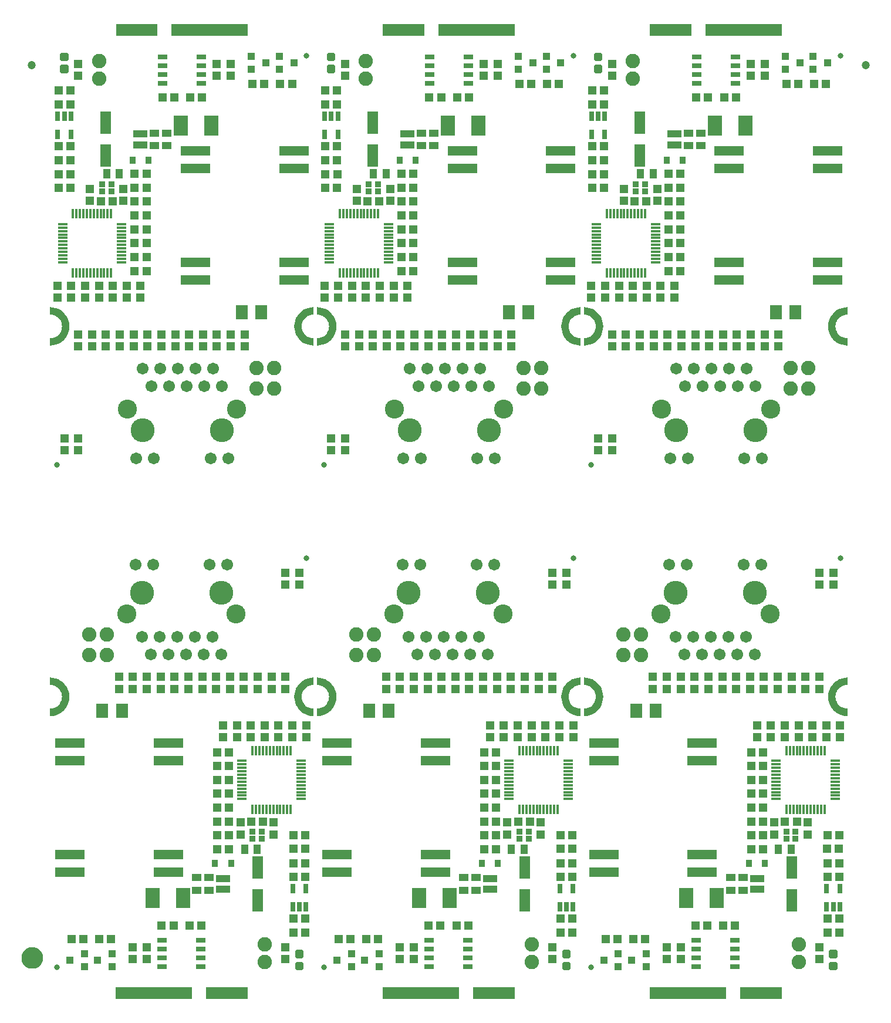
<source format=gts>
G04 EAGLE Gerber RS-274X export*
G75*
%MOMM*%
%FSLAX34Y34*%
%LPD*%
%INSoldermask Top*%
%IPPOS*%
%AMOC8*
5,1,8,0,0,1.08239X$1,22.5*%
G01*
%ADD10R,1.303200X1.203200*%
%ADD11C,0.838200*%
%ADD12C,2.082800*%
%ADD13R,1.203200X1.303200*%
%ADD14C,0.505344*%
%ADD15R,0.553200X1.653200*%
%ADD16C,0.863600*%
%ADD17R,1.103200X1.003200*%
%ADD18R,1.403200X0.803200*%
%ADD19R,0.457200X1.346200*%
%ADD20R,1.346200X0.457200*%
%ADD21C,3.453200*%
%ADD22C,2.753200*%
%ADD23C,1.703200*%
%ADD24R,0.953200X0.903200*%
%ADD25R,0.753200X1.403200*%
%ADD26R,1.803200X2.003200*%
%ADD27R,0.833200X1.033200*%
%ADD28R,4.203200X1.453200*%
%ADD29R,1.603200X3.203200*%
%ADD30R,1.403200X1.003200*%
%ADD31R,2.003200X1.003200*%
%ADD32R,1.003200X1.403200*%
%ADD33R,2.003200X2.903200*%
%ADD34C,1.203200*%
%ADD35C,1.270000*%

G36*
X3949Y946829D02*
X3949Y946829D01*
X3958Y946832D01*
X3984Y946834D01*
X7818Y947668D01*
X7827Y947672D01*
X7852Y947678D01*
X11528Y949049D01*
X11536Y949055D01*
X11561Y949064D01*
X15004Y950944D01*
X15011Y950951D01*
X15034Y950963D01*
X18175Y953315D01*
X18181Y953323D01*
X18202Y953338D01*
X20977Y956113D01*
X20981Y956121D01*
X21000Y956139D01*
X23351Y959280D01*
X23355Y959290D01*
X23371Y959310D01*
X25251Y962754D01*
X25253Y962763D01*
X25266Y962786D01*
X26637Y966463D01*
X26638Y966472D01*
X26647Y966497D01*
X27481Y970331D01*
X27480Y970340D01*
X27486Y970366D01*
X27766Y974280D01*
X27764Y974289D01*
X27766Y974315D01*
X27486Y978229D01*
X27485Y978233D01*
X27485Y978236D01*
X27482Y978242D01*
X27481Y978264D01*
X26647Y982098D01*
X26642Y982107D01*
X26637Y982132D01*
X25266Y985808D01*
X25260Y985816D01*
X25251Y985841D01*
X23371Y989284D01*
X23364Y989291D01*
X23351Y989314D01*
X21000Y992455D01*
X20992Y992461D01*
X20977Y992482D01*
X18202Y995257D01*
X18194Y995261D01*
X18175Y995280D01*
X15034Y997631D01*
X15025Y997635D01*
X15004Y997651D01*
X11561Y999531D01*
X11551Y999533D01*
X11528Y999546D01*
X7852Y1000917D01*
X7843Y1000918D01*
X7818Y1000927D01*
X3984Y1001761D01*
X3974Y1001760D01*
X3949Y1001766D01*
X35Y1002046D01*
X10Y1002041D01*
X-16Y1002044D01*
X-57Y1002026D01*
X-101Y1002017D01*
X-120Y1001998D01*
X-144Y1001988D01*
X-169Y1001950D01*
X-201Y1001918D01*
X-206Y1001893D01*
X-221Y1001871D01*
X-232Y1001797D01*
X-232Y991797D01*
X-230Y991790D01*
X-231Y991783D01*
X-210Y991724D01*
X-193Y991663D01*
X-187Y991658D01*
X-185Y991652D01*
X-135Y991613D01*
X-87Y991571D01*
X-80Y991570D01*
X-75Y991566D01*
X-2Y991549D01*
X2716Y991335D01*
X5348Y990703D01*
X7849Y989667D01*
X10157Y988253D01*
X12215Y986495D01*
X13973Y984437D01*
X15387Y982129D01*
X16423Y979628D01*
X17055Y976996D01*
X17267Y974297D01*
X17055Y971599D01*
X16423Y968967D01*
X15387Y966466D01*
X13973Y964158D01*
X12215Y962100D01*
X10157Y960342D01*
X7849Y958928D01*
X5348Y957892D01*
X2716Y957260D01*
X-2Y957046D01*
X-9Y957043D01*
X-16Y957044D01*
X-74Y957019D01*
X-133Y956996D01*
X-137Y956991D01*
X-144Y956988D01*
X-179Y956935D01*
X-216Y956884D01*
X-217Y956877D01*
X-221Y956871D01*
X-232Y956797D01*
X-232Y946797D01*
X-225Y946772D01*
X-227Y946746D01*
X-205Y946707D01*
X-193Y946663D01*
X-173Y946646D01*
X-161Y946623D01*
X-121Y946601D01*
X-87Y946571D01*
X-62Y946567D01*
X-39Y946555D01*
X35Y946549D01*
X3949Y946829D01*
G37*
G36*
X774102Y946829D02*
X774102Y946829D01*
X774111Y946832D01*
X774137Y946834D01*
X777971Y947668D01*
X777980Y947672D01*
X778006Y947678D01*
X781682Y949049D01*
X781690Y949055D01*
X781714Y949064D01*
X785158Y950944D01*
X785165Y950951D01*
X785188Y950963D01*
X788329Y953315D01*
X788335Y953323D01*
X788356Y953338D01*
X791130Y956113D01*
X791135Y956121D01*
X791153Y956139D01*
X793505Y959280D01*
X793508Y959290D01*
X793524Y959310D01*
X795404Y962754D01*
X795407Y962763D01*
X795419Y962786D01*
X796790Y966463D01*
X796791Y966472D01*
X796800Y966497D01*
X797634Y970331D01*
X797634Y970340D01*
X797640Y970366D01*
X797919Y974280D01*
X797917Y974289D01*
X797919Y974315D01*
X797640Y978229D01*
X797638Y978233D01*
X797638Y978236D01*
X797636Y978242D01*
X797634Y978264D01*
X796800Y982098D01*
X796796Y982107D01*
X796790Y982132D01*
X795419Y985808D01*
X795413Y985816D01*
X795404Y985841D01*
X793524Y989284D01*
X793517Y989291D01*
X793505Y989314D01*
X791153Y992455D01*
X791146Y992461D01*
X791130Y992482D01*
X788356Y995257D01*
X788347Y995261D01*
X788329Y995280D01*
X785188Y997631D01*
X785179Y997635D01*
X785158Y997651D01*
X781714Y999531D01*
X781705Y999533D01*
X781682Y999546D01*
X778006Y1000917D01*
X777996Y1000918D01*
X777971Y1000927D01*
X774137Y1001761D01*
X774128Y1001760D01*
X774102Y1001766D01*
X770189Y1002046D01*
X770163Y1002041D01*
X770137Y1002044D01*
X770096Y1002026D01*
X770052Y1002017D01*
X770034Y1001998D01*
X770010Y1001988D01*
X769985Y1001950D01*
X769953Y1001918D01*
X769947Y1001893D01*
X769933Y1001871D01*
X769922Y1001797D01*
X769922Y991797D01*
X769924Y991790D01*
X769922Y991783D01*
X769943Y991724D01*
X769961Y991663D01*
X769966Y991658D01*
X769969Y991652D01*
X770018Y991613D01*
X770066Y991571D01*
X770073Y991570D01*
X770079Y991566D01*
X770151Y991549D01*
X772869Y991335D01*
X775501Y990703D01*
X778002Y989667D01*
X780310Y988253D01*
X782368Y986495D01*
X784126Y984437D01*
X785541Y982129D01*
X786577Y979628D01*
X787208Y976996D01*
X787421Y974297D01*
X787208Y971599D01*
X786577Y968967D01*
X785541Y966466D01*
X784126Y964158D01*
X782368Y962100D01*
X780310Y960342D01*
X778002Y958928D01*
X775501Y957892D01*
X772869Y957260D01*
X770151Y957046D01*
X770145Y957043D01*
X770137Y957044D01*
X770080Y957019D01*
X770021Y956996D01*
X770016Y956991D01*
X770010Y956988D01*
X769975Y956935D01*
X769937Y956884D01*
X769937Y956877D01*
X769933Y956871D01*
X769922Y956797D01*
X769922Y946797D01*
X769929Y946772D01*
X769927Y946746D01*
X769948Y946707D01*
X769961Y946663D01*
X769980Y946646D01*
X769993Y946623D01*
X770032Y946601D01*
X770066Y946571D01*
X770092Y946567D01*
X770115Y946555D01*
X770189Y946549D01*
X774102Y946829D01*
G37*
G36*
X389013Y946829D02*
X389013Y946829D01*
X389022Y946832D01*
X389048Y946834D01*
X392882Y947668D01*
X392891Y947672D01*
X392916Y947678D01*
X396592Y949049D01*
X396600Y949055D01*
X396625Y949064D01*
X400068Y950944D01*
X400075Y950951D01*
X400098Y950963D01*
X403239Y953315D01*
X403245Y953323D01*
X403266Y953338D01*
X406041Y956113D01*
X406045Y956121D01*
X406064Y956139D01*
X408415Y959280D01*
X408419Y959290D01*
X408435Y959310D01*
X410315Y962754D01*
X410317Y962763D01*
X410330Y962786D01*
X411701Y966463D01*
X411702Y966472D01*
X411711Y966497D01*
X412545Y970331D01*
X412544Y970340D01*
X412550Y970366D01*
X412830Y974280D01*
X412828Y974289D01*
X412830Y974315D01*
X412550Y978229D01*
X412549Y978233D01*
X412549Y978236D01*
X412546Y978242D01*
X412545Y978264D01*
X411711Y982098D01*
X411706Y982107D01*
X411701Y982132D01*
X410330Y985808D01*
X410324Y985816D01*
X410315Y985841D01*
X408435Y989284D01*
X408428Y989291D01*
X408415Y989314D01*
X406064Y992455D01*
X406056Y992461D01*
X406041Y992482D01*
X403266Y995257D01*
X403258Y995261D01*
X403239Y995280D01*
X400098Y997631D01*
X400089Y997635D01*
X400068Y997651D01*
X396625Y999531D01*
X396615Y999533D01*
X396592Y999546D01*
X392916Y1000917D01*
X392907Y1000918D01*
X392882Y1000927D01*
X389048Y1001761D01*
X389038Y1001760D01*
X389013Y1001766D01*
X385099Y1002046D01*
X385074Y1002041D01*
X385048Y1002044D01*
X385007Y1002026D01*
X384963Y1002017D01*
X384944Y1001998D01*
X384920Y1001988D01*
X384895Y1001950D01*
X384863Y1001918D01*
X384858Y1001893D01*
X384843Y1001871D01*
X384832Y1001797D01*
X384832Y991797D01*
X384834Y991790D01*
X384833Y991783D01*
X384854Y991724D01*
X384871Y991663D01*
X384877Y991658D01*
X384879Y991652D01*
X384929Y991613D01*
X384977Y991571D01*
X384984Y991570D01*
X384989Y991566D01*
X385062Y991549D01*
X387780Y991335D01*
X390412Y990703D01*
X392913Y989667D01*
X395221Y988253D01*
X397279Y986495D01*
X399037Y984437D01*
X400451Y982129D01*
X401487Y979628D01*
X402119Y976996D01*
X402331Y974297D01*
X402119Y971599D01*
X401487Y968967D01*
X400451Y966466D01*
X399037Y964158D01*
X397279Y962100D01*
X395221Y960342D01*
X392913Y958928D01*
X390412Y957892D01*
X387780Y957260D01*
X385062Y957046D01*
X385055Y957043D01*
X385048Y957044D01*
X384990Y957019D01*
X384931Y956996D01*
X384927Y956991D01*
X384920Y956988D01*
X384885Y956935D01*
X384848Y956884D01*
X384847Y956877D01*
X384843Y956871D01*
X384832Y956797D01*
X384832Y946797D01*
X384839Y946772D01*
X384837Y946746D01*
X384859Y946707D01*
X384871Y946663D01*
X384891Y946646D01*
X384903Y946623D01*
X384943Y946601D01*
X384977Y946571D01*
X385002Y946567D01*
X385025Y946555D01*
X385099Y946549D01*
X389013Y946829D01*
G37*
G36*
X774077Y412531D02*
X774077Y412531D01*
X774086Y412535D01*
X774112Y412536D01*
X777946Y413370D01*
X777955Y413375D01*
X777980Y413380D01*
X781656Y414752D01*
X781664Y414757D01*
X781689Y414766D01*
X785132Y416647D01*
X785139Y416654D01*
X785162Y416666D01*
X788303Y419017D01*
X788309Y419025D01*
X788330Y419041D01*
X791105Y421815D01*
X791109Y421824D01*
X791128Y421842D01*
X793479Y424983D01*
X793483Y424992D01*
X793499Y425013D01*
X795379Y428457D01*
X795381Y428466D01*
X795394Y428489D01*
X796765Y432165D01*
X796766Y432175D01*
X796775Y432199D01*
X797609Y436033D01*
X797608Y436043D01*
X797614Y436069D01*
X797894Y439982D01*
X797892Y439992D01*
X797894Y440018D01*
X797614Y443931D01*
X797613Y443936D01*
X797613Y443939D01*
X797610Y443945D01*
X797609Y443967D01*
X796775Y447801D01*
X796770Y447809D01*
X796765Y447835D01*
X795394Y451511D01*
X795388Y451519D01*
X795379Y451543D01*
X793499Y454987D01*
X793492Y454994D01*
X793479Y455017D01*
X791128Y458158D01*
X791120Y458164D01*
X791105Y458185D01*
X788330Y460959D01*
X788322Y460964D01*
X788303Y460983D01*
X785162Y463334D01*
X785153Y463337D01*
X785132Y463353D01*
X781689Y465234D01*
X781679Y465236D01*
X781656Y465248D01*
X777980Y466620D01*
X777971Y466620D01*
X777946Y466630D01*
X774112Y467464D01*
X774102Y467463D01*
X774077Y467469D01*
X770163Y467749D01*
X770138Y467743D01*
X770112Y467747D01*
X770071Y467729D01*
X770027Y467719D01*
X770008Y467701D01*
X769984Y467690D01*
X769959Y467652D01*
X769927Y467621D01*
X769922Y467595D01*
X769907Y467574D01*
X769896Y467500D01*
X769896Y457500D01*
X769898Y457493D01*
X769897Y457486D01*
X769918Y457427D01*
X769935Y457366D01*
X769941Y457361D01*
X769943Y457354D01*
X769993Y457316D01*
X770041Y457274D01*
X770048Y457273D01*
X770053Y457268D01*
X770126Y457252D01*
X772844Y457038D01*
X775476Y456406D01*
X777977Y455370D01*
X780285Y453956D01*
X782343Y452198D01*
X784101Y450139D01*
X785515Y447831D01*
X786551Y445331D01*
X787183Y442698D01*
X787395Y440000D01*
X787183Y437302D01*
X786551Y434669D01*
X785515Y432169D01*
X784101Y429861D01*
X782343Y427802D01*
X780285Y426044D01*
X777977Y424630D01*
X775476Y423594D01*
X772844Y422962D01*
X770126Y422748D01*
X770119Y422746D01*
X770112Y422747D01*
X770054Y422721D01*
X769995Y422699D01*
X769991Y422693D01*
X769984Y422690D01*
X769949Y422637D01*
X769912Y422587D01*
X769911Y422580D01*
X769907Y422574D01*
X769896Y422500D01*
X769896Y412500D01*
X769903Y412475D01*
X769901Y412449D01*
X769923Y412409D01*
X769935Y412366D01*
X769955Y412349D01*
X769967Y412326D01*
X770007Y412304D01*
X770041Y412274D01*
X770066Y412270D01*
X770089Y412257D01*
X770163Y412251D01*
X774077Y412531D01*
G37*
G36*
X389013Y412531D02*
X389013Y412531D01*
X389022Y412535D01*
X389048Y412536D01*
X392882Y413370D01*
X392891Y413375D01*
X392916Y413380D01*
X396592Y414752D01*
X396600Y414757D01*
X396625Y414766D01*
X400068Y416647D01*
X400075Y416654D01*
X400098Y416666D01*
X403239Y419017D01*
X403245Y419025D01*
X403266Y419041D01*
X406041Y421815D01*
X406045Y421824D01*
X406064Y421842D01*
X408415Y424983D01*
X408419Y424992D01*
X408435Y425013D01*
X410315Y428457D01*
X410317Y428466D01*
X410330Y428489D01*
X411701Y432165D01*
X411702Y432175D01*
X411711Y432199D01*
X412545Y436033D01*
X412544Y436043D01*
X412550Y436069D01*
X412830Y439982D01*
X412828Y439992D01*
X412830Y440018D01*
X412550Y443931D01*
X412549Y443936D01*
X412549Y443939D01*
X412546Y443945D01*
X412545Y443967D01*
X411711Y447801D01*
X411706Y447809D01*
X411701Y447835D01*
X410330Y451511D01*
X410324Y451519D01*
X410315Y451543D01*
X408435Y454987D01*
X408428Y454994D01*
X408415Y455017D01*
X406064Y458158D01*
X406056Y458164D01*
X406041Y458185D01*
X403266Y460959D01*
X403258Y460964D01*
X403239Y460983D01*
X400098Y463334D01*
X400089Y463337D01*
X400068Y463353D01*
X396625Y465234D01*
X396615Y465236D01*
X396592Y465248D01*
X392916Y466620D01*
X392907Y466620D01*
X392882Y466630D01*
X389048Y467464D01*
X389038Y467463D01*
X389013Y467469D01*
X385099Y467749D01*
X385074Y467743D01*
X385048Y467747D01*
X385007Y467729D01*
X384963Y467719D01*
X384944Y467701D01*
X384920Y467690D01*
X384895Y467652D01*
X384863Y467621D01*
X384858Y467595D01*
X384843Y467574D01*
X384832Y467500D01*
X384832Y457500D01*
X384834Y457493D01*
X384833Y457486D01*
X384854Y457427D01*
X384871Y457366D01*
X384877Y457361D01*
X384879Y457354D01*
X384929Y457316D01*
X384977Y457274D01*
X384984Y457273D01*
X384989Y457268D01*
X385062Y457252D01*
X387780Y457038D01*
X390412Y456406D01*
X392913Y455370D01*
X395221Y453956D01*
X397279Y452198D01*
X399037Y450139D01*
X400451Y447831D01*
X401487Y445331D01*
X402119Y442698D01*
X402331Y440000D01*
X402119Y437302D01*
X401487Y434669D01*
X400451Y432169D01*
X399037Y429861D01*
X397279Y427802D01*
X395221Y426044D01*
X392913Y424630D01*
X390412Y423594D01*
X387780Y422962D01*
X385062Y422748D01*
X385055Y422746D01*
X385048Y422747D01*
X384990Y422721D01*
X384931Y422699D01*
X384927Y422693D01*
X384920Y422690D01*
X384885Y422637D01*
X384848Y422587D01*
X384847Y422580D01*
X384843Y422574D01*
X384832Y422500D01*
X384832Y412500D01*
X384839Y412475D01*
X384837Y412449D01*
X384859Y412409D01*
X384871Y412366D01*
X384891Y412349D01*
X384903Y412326D01*
X384943Y412304D01*
X384977Y412274D01*
X385002Y412270D01*
X385025Y412257D01*
X385099Y412251D01*
X389013Y412531D01*
G37*
G36*
X3923Y412531D02*
X3923Y412531D01*
X3933Y412535D01*
X3959Y412536D01*
X7793Y413370D01*
X7801Y413375D01*
X7827Y413380D01*
X11503Y414752D01*
X11511Y414757D01*
X11535Y414766D01*
X14979Y416647D01*
X14986Y416654D01*
X15009Y416666D01*
X18150Y419017D01*
X18156Y419025D01*
X18177Y419041D01*
X20951Y421815D01*
X20956Y421824D01*
X20975Y421842D01*
X23326Y424983D01*
X23329Y424992D01*
X23345Y425013D01*
X25226Y428457D01*
X25228Y428466D01*
X25240Y428489D01*
X26612Y432165D01*
X26612Y432175D01*
X26622Y432199D01*
X27456Y436033D01*
X27455Y436043D01*
X27461Y436069D01*
X27741Y439982D01*
X27739Y439992D01*
X27741Y440018D01*
X27461Y443931D01*
X27459Y443936D01*
X27460Y443939D01*
X27457Y443945D01*
X27456Y443967D01*
X26622Y447801D01*
X26617Y447809D01*
X26612Y447835D01*
X25240Y451511D01*
X25235Y451519D01*
X25226Y451543D01*
X23345Y454987D01*
X23338Y454994D01*
X23326Y455017D01*
X20975Y458158D01*
X20967Y458164D01*
X20951Y458185D01*
X18177Y460959D01*
X18168Y460964D01*
X18150Y460983D01*
X15009Y463334D01*
X15000Y463337D01*
X14979Y463353D01*
X11535Y465234D01*
X11526Y465236D01*
X11503Y465248D01*
X7827Y466620D01*
X7817Y466620D01*
X7793Y466630D01*
X3959Y467464D01*
X3949Y467463D01*
X3923Y467469D01*
X10Y467749D01*
X-16Y467743D01*
X-41Y467747D01*
X-83Y467729D01*
X-127Y467719D01*
X-145Y467701D01*
X-169Y467690D01*
X-194Y467652D01*
X-226Y467621D01*
X-232Y467595D01*
X-246Y467574D01*
X-257Y467500D01*
X-257Y457500D01*
X-255Y457493D01*
X-257Y457486D01*
X-236Y457427D01*
X-218Y457366D01*
X-213Y457361D01*
X-210Y457354D01*
X-160Y457316D01*
X-113Y457274D01*
X-106Y457273D01*
X-100Y457268D01*
X-28Y457252D01*
X2690Y457038D01*
X5323Y456406D01*
X7823Y455370D01*
X10131Y453956D01*
X12190Y452198D01*
X13948Y450139D01*
X15362Y447831D01*
X16398Y445331D01*
X17030Y442698D01*
X17242Y440000D01*
X17030Y437302D01*
X16398Y434669D01*
X15362Y432169D01*
X13948Y429861D01*
X12190Y427802D01*
X10131Y426044D01*
X7823Y424630D01*
X5323Y423594D01*
X2690Y422962D01*
X-28Y422748D01*
X-34Y422746D01*
X-41Y422747D01*
X-99Y422721D01*
X-158Y422699D01*
X-163Y422693D01*
X-169Y422690D01*
X-204Y422637D01*
X-242Y422587D01*
X-242Y422580D01*
X-246Y422574D01*
X-257Y422500D01*
X-257Y412500D01*
X-250Y412475D01*
X-252Y412449D01*
X-231Y412409D01*
X-218Y412366D01*
X-198Y412349D01*
X-186Y412326D01*
X-147Y412304D01*
X-113Y412274D01*
X-87Y412270D01*
X-64Y412257D01*
X10Y412251D01*
X3923Y412531D01*
G37*
G36*
X380025Y946554D02*
X380025Y946554D01*
X380051Y946550D01*
X380092Y946569D01*
X380136Y946578D01*
X380155Y946597D01*
X380179Y946607D01*
X380203Y946645D01*
X380236Y946677D01*
X380241Y946702D01*
X380256Y946724D01*
X380267Y946797D01*
X380267Y956797D01*
X380265Y956804D01*
X380266Y956811D01*
X380245Y956871D01*
X380227Y956932D01*
X380222Y956936D01*
X380220Y956943D01*
X380170Y956982D01*
X380122Y957024D01*
X380115Y957025D01*
X380109Y957029D01*
X380037Y957046D01*
X377319Y957260D01*
X374687Y957892D01*
X372186Y958928D01*
X369878Y960342D01*
X367820Y962100D01*
X366062Y964158D01*
X364648Y966466D01*
X363612Y968967D01*
X362980Y971599D01*
X362767Y974297D01*
X362980Y976996D01*
X363612Y979628D01*
X364648Y982129D01*
X366062Y984437D01*
X367820Y986495D01*
X369878Y988253D01*
X372186Y989667D01*
X374687Y990703D01*
X377319Y991335D01*
X380037Y991549D01*
X380044Y991552D01*
X380051Y991550D01*
X380109Y991576D01*
X380168Y991599D01*
X380172Y991604D01*
X380179Y991607D01*
X380213Y991660D01*
X380251Y991711D01*
X380252Y991718D01*
X380256Y991724D01*
X380267Y991797D01*
X380267Y1001797D01*
X380259Y1001822D01*
X380261Y1001848D01*
X380240Y1001888D01*
X380227Y1001932D01*
X380208Y1001949D01*
X380196Y1001972D01*
X380156Y1001994D01*
X380122Y1002024D01*
X380096Y1002027D01*
X380074Y1002040D01*
X380000Y1002046D01*
X376086Y1001766D01*
X376077Y1001763D01*
X376051Y1001761D01*
X372217Y1000927D01*
X372208Y1000922D01*
X372183Y1000917D01*
X368506Y999546D01*
X368499Y999540D01*
X368474Y999531D01*
X365030Y997651D01*
X365024Y997644D01*
X365000Y997631D01*
X361859Y995280D01*
X361854Y995272D01*
X361833Y995257D01*
X359058Y992482D01*
X359053Y992474D01*
X359035Y992455D01*
X356683Y989314D01*
X356680Y989305D01*
X356664Y989284D01*
X354784Y985841D01*
X354782Y985831D01*
X354769Y985808D01*
X353398Y982132D01*
X353397Y982123D01*
X353388Y982098D01*
X352554Y978264D01*
X352554Y978254D01*
X352549Y978229D01*
X352269Y974315D01*
X352271Y974306D01*
X352269Y974280D01*
X352549Y970366D01*
X352552Y970357D01*
X352554Y970331D01*
X353388Y966497D01*
X353392Y966488D01*
X353398Y966463D01*
X354769Y962786D01*
X354775Y962779D01*
X354784Y962754D01*
X356664Y959310D01*
X356671Y959304D01*
X356683Y959280D01*
X359035Y956139D01*
X359043Y956134D01*
X359058Y956113D01*
X361833Y953338D01*
X361841Y953333D01*
X361859Y953315D01*
X365000Y950963D01*
X365010Y950960D01*
X365030Y950944D01*
X368474Y949064D01*
X368483Y949062D01*
X368506Y949049D01*
X372183Y947678D01*
X372192Y947677D01*
X372217Y947668D01*
X376051Y946834D01*
X376060Y946834D01*
X376086Y946829D01*
X380000Y946549D01*
X380025Y946554D01*
G37*
G36*
X765089Y946554D02*
X765089Y946554D01*
X765115Y946550D01*
X765156Y946569D01*
X765200Y946578D01*
X765219Y946597D01*
X765243Y946607D01*
X765267Y946645D01*
X765300Y946677D01*
X765305Y946702D01*
X765320Y946724D01*
X765331Y946797D01*
X765331Y956797D01*
X765329Y956804D01*
X765330Y956811D01*
X765309Y956871D01*
X765291Y956932D01*
X765286Y956936D01*
X765284Y956943D01*
X765234Y956982D01*
X765186Y957024D01*
X765179Y957025D01*
X765173Y957029D01*
X765101Y957046D01*
X762383Y957260D01*
X759751Y957892D01*
X757250Y958928D01*
X754942Y960342D01*
X752884Y962100D01*
X751126Y964158D01*
X749712Y966466D01*
X748676Y968967D01*
X748044Y971599D01*
X747831Y974297D01*
X748044Y976996D01*
X748676Y979628D01*
X749712Y982129D01*
X751126Y984437D01*
X752884Y986495D01*
X754942Y988253D01*
X757250Y989667D01*
X759751Y990703D01*
X762383Y991335D01*
X765101Y991549D01*
X765108Y991552D01*
X765115Y991550D01*
X765173Y991576D01*
X765232Y991599D01*
X765236Y991604D01*
X765243Y991607D01*
X765277Y991660D01*
X765315Y991711D01*
X765316Y991718D01*
X765320Y991724D01*
X765331Y991797D01*
X765331Y1001797D01*
X765323Y1001822D01*
X765325Y1001848D01*
X765304Y1001888D01*
X765291Y1001932D01*
X765272Y1001949D01*
X765260Y1001972D01*
X765220Y1001994D01*
X765186Y1002024D01*
X765160Y1002027D01*
X765138Y1002040D01*
X765064Y1002046D01*
X761150Y1001766D01*
X761141Y1001763D01*
X761115Y1001761D01*
X757281Y1000927D01*
X757272Y1000922D01*
X757247Y1000917D01*
X753570Y999546D01*
X753563Y999540D01*
X753538Y999531D01*
X750094Y997651D01*
X750088Y997644D01*
X750064Y997631D01*
X746923Y995280D01*
X746918Y995272D01*
X746897Y995257D01*
X744122Y992482D01*
X744117Y992474D01*
X744099Y992455D01*
X741747Y989314D01*
X741744Y989305D01*
X741728Y989284D01*
X739848Y985841D01*
X739846Y985831D01*
X739833Y985808D01*
X738462Y982132D01*
X738461Y982123D01*
X738452Y982098D01*
X737618Y978264D01*
X737618Y978254D01*
X737613Y978229D01*
X737333Y974315D01*
X737335Y974306D01*
X737333Y974280D01*
X737613Y970366D01*
X737616Y970357D01*
X737618Y970331D01*
X738452Y966497D01*
X738456Y966488D01*
X738462Y966463D01*
X739833Y962786D01*
X739839Y962779D01*
X739848Y962754D01*
X741728Y959310D01*
X741735Y959304D01*
X741747Y959280D01*
X744099Y956139D01*
X744107Y956134D01*
X744122Y956113D01*
X746897Y953338D01*
X746905Y953333D01*
X746923Y953315D01*
X750064Y950963D01*
X750074Y950960D01*
X750094Y950944D01*
X753538Y949064D01*
X753547Y949062D01*
X753570Y949049D01*
X757247Y947678D01*
X757256Y947677D01*
X757281Y947668D01*
X761115Y946834D01*
X761124Y946834D01*
X761150Y946829D01*
X765064Y946549D01*
X765089Y946554D01*
G37*
G36*
X1150179Y946554D02*
X1150179Y946554D01*
X1150204Y946550D01*
X1150246Y946569D01*
X1150290Y946578D01*
X1150308Y946597D01*
X1150332Y946607D01*
X1150357Y946645D01*
X1150389Y946677D01*
X1150395Y946702D01*
X1150409Y946724D01*
X1150420Y946797D01*
X1150420Y956797D01*
X1150418Y956804D01*
X1150420Y956811D01*
X1150399Y956871D01*
X1150381Y956932D01*
X1150375Y956936D01*
X1150373Y956943D01*
X1150323Y956982D01*
X1150276Y957024D01*
X1150268Y957025D01*
X1150263Y957029D01*
X1150190Y957046D01*
X1147472Y957260D01*
X1144840Y957892D01*
X1142339Y958928D01*
X1140032Y960342D01*
X1137973Y962100D01*
X1136215Y964158D01*
X1134801Y966466D01*
X1133765Y968967D01*
X1133133Y971599D01*
X1132921Y974297D01*
X1133133Y976996D01*
X1133765Y979628D01*
X1134801Y982129D01*
X1136215Y984437D01*
X1137973Y986495D01*
X1140032Y988253D01*
X1142339Y989667D01*
X1144840Y990703D01*
X1147472Y991335D01*
X1150190Y991549D01*
X1150197Y991552D01*
X1150204Y991550D01*
X1150262Y991576D01*
X1150321Y991599D01*
X1150325Y991604D01*
X1150332Y991607D01*
X1150367Y991660D01*
X1150405Y991711D01*
X1150405Y991718D01*
X1150409Y991724D01*
X1150420Y991797D01*
X1150420Y1001797D01*
X1150413Y1001822D01*
X1150415Y1001848D01*
X1150394Y1001888D01*
X1150381Y1001932D01*
X1150361Y1001949D01*
X1150349Y1001972D01*
X1150310Y1001994D01*
X1150276Y1002024D01*
X1150250Y1002027D01*
X1150227Y1002040D01*
X1150153Y1002046D01*
X1146239Y1001766D01*
X1146230Y1001763D01*
X1146204Y1001761D01*
X1142370Y1000927D01*
X1142362Y1000922D01*
X1142336Y1000917D01*
X1138660Y999546D01*
X1138652Y999540D01*
X1138627Y999531D01*
X1135184Y997651D01*
X1135177Y997644D01*
X1135154Y997631D01*
X1132013Y995280D01*
X1132007Y995272D01*
X1131986Y995257D01*
X1129211Y992482D01*
X1129207Y992474D01*
X1129188Y992455D01*
X1126837Y989314D01*
X1126833Y989305D01*
X1126818Y989284D01*
X1124937Y985841D01*
X1124935Y985831D01*
X1124922Y985808D01*
X1123551Y982132D01*
X1123551Y982123D01*
X1123541Y982098D01*
X1122707Y978264D01*
X1122708Y978254D01*
X1122702Y978229D01*
X1122422Y974315D01*
X1122424Y974306D01*
X1122422Y974280D01*
X1122702Y970366D01*
X1122705Y970357D01*
X1122707Y970331D01*
X1123541Y966497D01*
X1123546Y966488D01*
X1123551Y966463D01*
X1124922Y962786D01*
X1124928Y962779D01*
X1124937Y962754D01*
X1126818Y959310D01*
X1126824Y959304D01*
X1126837Y959280D01*
X1129188Y956139D01*
X1129196Y956134D01*
X1129211Y956113D01*
X1131986Y953338D01*
X1131994Y953333D01*
X1132013Y953315D01*
X1135154Y950963D01*
X1135163Y950960D01*
X1135184Y950944D01*
X1138627Y949064D01*
X1138637Y949062D01*
X1138660Y949049D01*
X1142336Y947678D01*
X1142346Y947677D01*
X1142370Y947668D01*
X1146204Y946834D01*
X1146214Y946834D01*
X1146239Y946829D01*
X1150153Y946549D01*
X1150179Y946554D01*
G37*
G36*
X1150153Y412257D02*
X1150153Y412257D01*
X1150179Y412253D01*
X1150220Y412271D01*
X1150264Y412281D01*
X1150283Y412299D01*
X1150307Y412310D01*
X1150331Y412348D01*
X1150364Y412379D01*
X1150369Y412405D01*
X1150384Y412427D01*
X1150395Y412500D01*
X1150395Y422500D01*
X1150393Y422507D01*
X1150394Y422514D01*
X1150373Y422573D01*
X1150355Y422634D01*
X1150350Y422639D01*
X1150348Y422646D01*
X1150298Y422685D01*
X1150250Y422726D01*
X1150243Y422727D01*
X1150237Y422732D01*
X1150165Y422748D01*
X1147447Y422962D01*
X1144815Y423594D01*
X1142314Y424630D01*
X1140006Y426044D01*
X1137948Y427802D01*
X1136190Y429861D01*
X1134776Y432169D01*
X1133740Y434669D01*
X1133108Y437302D01*
X1132895Y440000D01*
X1133108Y442698D01*
X1133740Y445331D01*
X1134776Y447831D01*
X1136190Y450139D01*
X1137948Y452198D01*
X1140006Y453956D01*
X1142314Y455370D01*
X1144815Y456406D01*
X1147447Y457038D01*
X1150165Y457252D01*
X1150172Y457254D01*
X1150179Y457253D01*
X1150237Y457279D01*
X1150296Y457301D01*
X1150300Y457307D01*
X1150307Y457310D01*
X1150341Y457363D01*
X1150379Y457413D01*
X1150380Y457421D01*
X1150384Y457427D01*
X1150395Y457500D01*
X1150395Y467500D01*
X1150387Y467525D01*
X1150389Y467551D01*
X1150368Y467591D01*
X1150355Y467634D01*
X1150336Y467651D01*
X1150324Y467674D01*
X1150284Y467696D01*
X1150250Y467726D01*
X1150224Y467730D01*
X1150202Y467743D01*
X1150128Y467749D01*
X1146214Y467469D01*
X1146205Y467465D01*
X1146179Y467464D01*
X1142345Y466630D01*
X1142336Y466625D01*
X1142311Y466620D01*
X1138634Y465248D01*
X1138627Y465243D01*
X1138602Y465234D01*
X1135158Y463353D01*
X1135152Y463346D01*
X1135128Y463334D01*
X1131987Y460983D01*
X1131982Y460975D01*
X1131961Y460959D01*
X1129186Y458185D01*
X1129181Y458176D01*
X1129163Y458158D01*
X1126811Y455017D01*
X1126808Y455008D01*
X1126792Y454987D01*
X1124912Y451543D01*
X1124910Y451534D01*
X1124897Y451511D01*
X1123526Y447835D01*
X1123525Y447825D01*
X1123516Y447801D01*
X1122682Y443967D01*
X1122682Y443957D01*
X1122677Y443931D01*
X1122397Y440018D01*
X1122399Y440008D01*
X1122397Y439982D01*
X1122677Y436069D01*
X1122680Y436059D01*
X1122682Y436033D01*
X1123516Y432199D01*
X1123520Y432191D01*
X1123526Y432165D01*
X1124897Y428489D01*
X1124903Y428481D01*
X1124912Y428457D01*
X1126792Y425013D01*
X1126799Y425006D01*
X1126811Y424983D01*
X1129163Y421842D01*
X1129171Y421836D01*
X1129186Y421815D01*
X1131961Y419041D01*
X1131969Y419036D01*
X1131987Y419017D01*
X1135128Y416666D01*
X1135138Y416663D01*
X1135158Y416647D01*
X1138602Y414766D01*
X1138611Y414764D01*
X1138634Y414752D01*
X1142311Y413380D01*
X1142320Y413380D01*
X1142345Y413370D01*
X1146179Y412536D01*
X1146188Y412537D01*
X1146214Y412531D01*
X1150128Y412251D01*
X1150153Y412257D01*
G37*
G36*
X765089Y412257D02*
X765089Y412257D01*
X765115Y412253D01*
X765156Y412271D01*
X765200Y412281D01*
X765219Y412299D01*
X765243Y412310D01*
X765267Y412348D01*
X765300Y412379D01*
X765305Y412405D01*
X765320Y412427D01*
X765331Y412500D01*
X765331Y422500D01*
X765329Y422507D01*
X765330Y422514D01*
X765309Y422573D01*
X765291Y422634D01*
X765286Y422639D01*
X765284Y422646D01*
X765234Y422685D01*
X765186Y422726D01*
X765179Y422727D01*
X765173Y422732D01*
X765101Y422748D01*
X762383Y422962D01*
X759751Y423594D01*
X757250Y424630D01*
X754942Y426044D01*
X752884Y427802D01*
X751126Y429861D01*
X749712Y432169D01*
X748676Y434669D01*
X748044Y437302D01*
X747831Y440000D01*
X748044Y442698D01*
X748676Y445331D01*
X749712Y447831D01*
X751126Y450139D01*
X752884Y452198D01*
X754942Y453956D01*
X757250Y455370D01*
X759751Y456406D01*
X762383Y457038D01*
X765101Y457252D01*
X765108Y457254D01*
X765115Y457253D01*
X765173Y457279D01*
X765232Y457301D01*
X765236Y457307D01*
X765243Y457310D01*
X765277Y457363D01*
X765315Y457413D01*
X765316Y457421D01*
X765320Y457427D01*
X765331Y457500D01*
X765331Y467500D01*
X765323Y467525D01*
X765325Y467551D01*
X765304Y467591D01*
X765291Y467634D01*
X765272Y467651D01*
X765260Y467674D01*
X765220Y467696D01*
X765186Y467726D01*
X765160Y467730D01*
X765138Y467743D01*
X765064Y467749D01*
X761150Y467469D01*
X761141Y467465D01*
X761115Y467464D01*
X757281Y466630D01*
X757272Y466625D01*
X757247Y466620D01*
X753570Y465248D01*
X753563Y465243D01*
X753538Y465234D01*
X750094Y463353D01*
X750088Y463346D01*
X750064Y463334D01*
X746923Y460983D01*
X746918Y460975D01*
X746897Y460959D01*
X744122Y458185D01*
X744117Y458176D01*
X744099Y458158D01*
X741747Y455017D01*
X741744Y455008D01*
X741728Y454987D01*
X739848Y451543D01*
X739846Y451534D01*
X739833Y451511D01*
X738462Y447835D01*
X738461Y447825D01*
X738452Y447801D01*
X737618Y443967D01*
X737618Y443957D01*
X737613Y443931D01*
X737333Y440018D01*
X737335Y440008D01*
X737333Y439982D01*
X737613Y436069D01*
X737616Y436059D01*
X737618Y436033D01*
X738452Y432199D01*
X738456Y432191D01*
X738462Y432165D01*
X739833Y428489D01*
X739839Y428481D01*
X739848Y428457D01*
X741728Y425013D01*
X741735Y425006D01*
X741747Y424983D01*
X744099Y421842D01*
X744107Y421836D01*
X744122Y421815D01*
X746897Y419041D01*
X746905Y419036D01*
X746923Y419017D01*
X750064Y416666D01*
X750074Y416663D01*
X750094Y416647D01*
X753538Y414766D01*
X753547Y414764D01*
X753570Y414752D01*
X757247Y413380D01*
X757256Y413380D01*
X757281Y413370D01*
X761115Y412536D01*
X761124Y412537D01*
X761150Y412531D01*
X765064Y412251D01*
X765089Y412257D01*
G37*
G36*
X380000Y412257D02*
X380000Y412257D01*
X380025Y412253D01*
X380067Y412271D01*
X380111Y412281D01*
X380129Y412299D01*
X380153Y412310D01*
X380178Y412348D01*
X380210Y412379D01*
X380216Y412405D01*
X380230Y412427D01*
X380241Y412500D01*
X380241Y422500D01*
X380239Y422507D01*
X380241Y422514D01*
X380220Y422573D01*
X380202Y422634D01*
X380197Y422639D01*
X380194Y422646D01*
X380144Y422685D01*
X380097Y422726D01*
X380090Y422727D01*
X380084Y422732D01*
X380012Y422748D01*
X377294Y422962D01*
X374661Y423594D01*
X372161Y424630D01*
X369853Y426044D01*
X367794Y427802D01*
X366036Y429861D01*
X364622Y432169D01*
X363586Y434669D01*
X362954Y437302D01*
X362742Y440000D01*
X362954Y442698D01*
X363586Y445331D01*
X364622Y447831D01*
X366036Y450139D01*
X367794Y452198D01*
X369853Y453956D01*
X372161Y455370D01*
X374661Y456406D01*
X377294Y457038D01*
X380012Y457252D01*
X380018Y457254D01*
X380025Y457253D01*
X380083Y457279D01*
X380142Y457301D01*
X380147Y457307D01*
X380153Y457310D01*
X380188Y457363D01*
X380226Y457413D01*
X380226Y457421D01*
X380230Y457427D01*
X380241Y457500D01*
X380241Y467500D01*
X380234Y467525D01*
X380236Y467551D01*
X380215Y467591D01*
X380202Y467634D01*
X380182Y467651D01*
X380170Y467674D01*
X380131Y467696D01*
X380097Y467726D01*
X380071Y467730D01*
X380048Y467743D01*
X379974Y467749D01*
X376061Y467469D01*
X376051Y467465D01*
X376025Y467464D01*
X372191Y466630D01*
X372183Y466625D01*
X372157Y466620D01*
X368481Y465248D01*
X368473Y465243D01*
X368449Y465234D01*
X365005Y463353D01*
X364998Y463346D01*
X364975Y463334D01*
X361834Y460983D01*
X361828Y460975D01*
X361807Y460959D01*
X359033Y458185D01*
X359028Y458176D01*
X359009Y458158D01*
X356658Y455017D01*
X356655Y455008D01*
X356639Y454987D01*
X354758Y451543D01*
X354756Y451534D01*
X354744Y451511D01*
X353372Y447835D01*
X353372Y447825D01*
X353362Y447801D01*
X352528Y443967D01*
X352529Y443957D01*
X352523Y443931D01*
X352243Y440018D01*
X352245Y440008D01*
X352243Y439982D01*
X352523Y436069D01*
X352527Y436059D01*
X352528Y436033D01*
X353362Y432199D01*
X353367Y432191D01*
X353372Y432165D01*
X354744Y428489D01*
X354749Y428481D01*
X354758Y428457D01*
X356639Y425013D01*
X356646Y425006D01*
X356658Y424983D01*
X359009Y421842D01*
X359017Y421836D01*
X359033Y421815D01*
X361807Y419041D01*
X361816Y419036D01*
X361834Y419017D01*
X364975Y416666D01*
X364984Y416663D01*
X365005Y416647D01*
X368449Y414766D01*
X368458Y414764D01*
X368481Y414752D01*
X372157Y413380D01*
X372167Y413380D01*
X372191Y413370D01*
X376025Y412536D01*
X376035Y412537D01*
X376061Y412531D01*
X379974Y412251D01*
X380000Y412257D01*
G37*
D10*
X350992Y100000D03*
X367992Y100000D03*
D11*
X9992Y50000D03*
X369992Y640000D03*
D10*
X350992Y200000D03*
X367992Y200000D03*
D12*
X309492Y57300D03*
X309492Y82700D03*
D13*
X339492Y61500D03*
X339492Y78500D03*
D14*
X356002Y65280D02*
X362982Y65280D01*
X356002Y65280D02*
X356002Y72260D01*
X362982Y72260D01*
X362982Y65280D01*
X362982Y70080D02*
X356002Y70080D01*
X356002Y47740D02*
X362982Y47740D01*
X356002Y47740D02*
X356002Y54720D01*
X362982Y54720D01*
X362982Y47740D01*
X362982Y52540D02*
X356002Y52540D01*
D15*
X282492Y12750D03*
X277492Y12750D03*
X272492Y12750D03*
X267492Y12750D03*
X262492Y12750D03*
X257492Y12750D03*
X252492Y12750D03*
X247492Y12750D03*
X242492Y12750D03*
X237492Y12750D03*
X232492Y12750D03*
X227492Y12750D03*
X202492Y12750D03*
X197492Y12750D03*
X192492Y12750D03*
X187492Y12750D03*
X182492Y12750D03*
X177492Y12750D03*
X172492Y12750D03*
X167492Y12750D03*
X162492Y12750D03*
X157492Y12750D03*
X152492Y12750D03*
X147492Y12750D03*
X142492Y12750D03*
X137492Y12750D03*
X132492Y12750D03*
X127492Y12750D03*
X122492Y12750D03*
X117492Y12750D03*
X112492Y12750D03*
X107492Y12750D03*
X102492Y12750D03*
X97492Y12750D03*
D16*
X369992Y461000D03*
X369992Y419000D03*
X356992Y440000D03*
X9992Y419000D03*
X9992Y461000D03*
X22992Y440000D03*
D10*
X87992Y90000D03*
X70992Y90000D03*
D17*
X49492Y50500D03*
X49492Y69500D03*
X28492Y60000D03*
D10*
X30992Y90000D03*
X47992Y90000D03*
X350992Y120000D03*
X367992Y120000D03*
D18*
X161492Y89050D03*
X161492Y76350D03*
X161492Y63650D03*
X161492Y50950D03*
X217492Y50950D03*
X217492Y63650D03*
X217492Y76350D03*
X217492Y89050D03*
D10*
X177992Y110000D03*
X160992Y110000D03*
D19*
X346992Y362500D03*
X341992Y362500D03*
X336992Y362500D03*
X331992Y362500D03*
X326992Y362500D03*
X321992Y362500D03*
X316992Y362500D03*
X311992Y362500D03*
X306992Y362500D03*
X301992Y362500D03*
X296992Y362500D03*
X291992Y362500D03*
D20*
X276992Y347500D03*
X276992Y342500D03*
X276992Y337500D03*
X276992Y332500D03*
X276992Y327500D03*
X276992Y322500D03*
X276992Y317500D03*
X276992Y312500D03*
X276992Y307500D03*
X276992Y302500D03*
X276992Y297500D03*
X276992Y292500D03*
D19*
X291992Y277500D03*
X296992Y277500D03*
X301992Y277500D03*
X306992Y277500D03*
X311992Y277500D03*
X316992Y277500D03*
X321992Y277500D03*
X326992Y277500D03*
X331992Y277500D03*
X336992Y277500D03*
X341992Y277500D03*
X346992Y277500D03*
D20*
X361992Y292500D03*
X361992Y297500D03*
X361992Y302500D03*
X361992Y307500D03*
X361992Y312500D03*
X361992Y317500D03*
X361992Y322500D03*
X361992Y327500D03*
X361992Y332500D03*
X361992Y337500D03*
X361992Y342500D03*
X361992Y347500D03*
D21*
X246642Y590000D03*
X132342Y590000D03*
D22*
X268242Y559500D03*
X110742Y559500D03*
D23*
X233942Y526500D03*
X221242Y501100D03*
X208542Y526500D03*
X195842Y501100D03*
X183142Y526500D03*
X170442Y501100D03*
X157742Y526500D03*
X145042Y501100D03*
X246642Y501100D03*
X132342Y526500D03*
X230392Y630600D03*
X148592Y630600D03*
X255792Y630600D03*
X123192Y630600D03*
D24*
X305242Y235000D03*
X291742Y235000D03*
X291742Y245000D03*
X305242Y245000D03*
D13*
X322492Y258500D03*
X322492Y241500D03*
X274492Y258500D03*
X274492Y241500D03*
D10*
X306992Y260000D03*
X289992Y260000D03*
D13*
X339492Y618500D03*
X339492Y601500D03*
X359492Y618500D03*
X359492Y601500D03*
D25*
X349992Y136999D03*
X359492Y136999D03*
X368992Y136999D03*
X368992Y163001D03*
X349992Y163001D03*
D10*
X350992Y180000D03*
X367992Y180000D03*
X257992Y360000D03*
X240992Y360000D03*
D13*
X309492Y381500D03*
X309492Y398500D03*
D10*
X257992Y300000D03*
X240992Y300000D03*
D13*
X269492Y381500D03*
X269492Y398500D03*
X249492Y381500D03*
X249492Y398500D03*
D10*
X257992Y340000D03*
X240992Y340000D03*
X257992Y240000D03*
X240992Y240000D03*
X240992Y220000D03*
X257992Y220000D03*
D13*
X289492Y398500D03*
X289492Y381500D03*
D10*
X257992Y280000D03*
X240992Y280000D03*
D13*
X329492Y381500D03*
X329492Y398500D03*
X349492Y381500D03*
X349492Y398500D03*
X369492Y381500D03*
X369492Y398500D03*
D10*
X257992Y320000D03*
X240992Y320000D03*
D13*
X159492Y451500D03*
X159492Y468500D03*
D26*
X75492Y420000D03*
X103492Y420000D03*
D13*
X319492Y451500D03*
X319492Y468500D03*
X339492Y451500D03*
X339492Y468500D03*
X99492Y451500D03*
X99492Y468500D03*
X119492Y451500D03*
X119492Y468500D03*
X199492Y468500D03*
X199492Y451500D03*
X219492Y468500D03*
X219492Y451500D03*
X179492Y451500D03*
X179492Y468500D03*
X139492Y451500D03*
X139492Y468500D03*
X299492Y468500D03*
X299492Y451500D03*
X279492Y468500D03*
X279492Y451500D03*
X259492Y468500D03*
X259492Y451500D03*
X239492Y468500D03*
X239492Y451500D03*
D27*
X237992Y200000D03*
X260992Y200000D03*
D10*
X350892Y220500D03*
X367892Y220500D03*
D28*
X170492Y212100D03*
X170492Y186700D03*
X170492Y347900D03*
X170492Y373300D03*
X28492Y373300D03*
X28492Y347900D03*
X28492Y212100D03*
X28492Y186700D03*
D29*
X299492Y194000D03*
X299492Y146000D03*
D30*
X211492Y179000D03*
X211492Y161000D03*
X229492Y179000D03*
X229492Y161000D03*
D31*
X249492Y178000D03*
X249492Y162000D03*
D32*
X280492Y220000D03*
X298492Y220000D03*
D12*
X82192Y500000D03*
X56792Y500000D03*
X82192Y530000D03*
X56792Y530000D03*
D10*
X200992Y110000D03*
X217992Y110000D03*
D17*
X89492Y50500D03*
X89492Y69500D03*
X68492Y60000D03*
D33*
X147492Y150000D03*
X191492Y150000D03*
D13*
X119492Y61500D03*
X119492Y78500D03*
X139492Y61500D03*
X139492Y78500D03*
D10*
X367992Y240000D03*
X350992Y240000D03*
X240992Y260000D03*
X257992Y260000D03*
X736081Y100000D03*
X753081Y100000D03*
D11*
X395081Y50000D03*
X755081Y640000D03*
D10*
X736081Y200000D03*
X753081Y200000D03*
D12*
X694581Y57300D03*
X694581Y82700D03*
D13*
X724581Y61500D03*
X724581Y78500D03*
D14*
X741091Y65280D02*
X748071Y65280D01*
X741091Y65280D02*
X741091Y72260D01*
X748071Y72260D01*
X748071Y65280D01*
X748071Y70080D02*
X741091Y70080D01*
X741091Y47740D02*
X748071Y47740D01*
X741091Y47740D02*
X741091Y54720D01*
X748071Y54720D01*
X748071Y47740D01*
X748071Y52540D02*
X741091Y52540D01*
D15*
X667581Y12750D03*
X662581Y12750D03*
X657581Y12750D03*
X652581Y12750D03*
X647581Y12750D03*
X642581Y12750D03*
X637581Y12750D03*
X632581Y12750D03*
X627581Y12750D03*
X622581Y12750D03*
X617581Y12750D03*
X612581Y12750D03*
X587581Y12750D03*
X582581Y12750D03*
X577581Y12750D03*
X572581Y12750D03*
X567581Y12750D03*
X562581Y12750D03*
X557581Y12750D03*
X552581Y12750D03*
X547581Y12750D03*
X542581Y12750D03*
X537581Y12750D03*
X532581Y12750D03*
X527581Y12750D03*
X522581Y12750D03*
X517581Y12750D03*
X512581Y12750D03*
X507581Y12750D03*
X502581Y12750D03*
X497581Y12750D03*
X492581Y12750D03*
X487581Y12750D03*
X482581Y12750D03*
D16*
X755081Y461000D03*
X755081Y419000D03*
X742081Y440000D03*
X395081Y419000D03*
X395081Y461000D03*
X408081Y440000D03*
D10*
X473081Y90000D03*
X456081Y90000D03*
D17*
X434581Y50500D03*
X434581Y69500D03*
X413581Y60000D03*
D10*
X416081Y90000D03*
X433081Y90000D03*
X736081Y120000D03*
X753081Y120000D03*
D18*
X546581Y89050D03*
X546581Y76350D03*
X546581Y63650D03*
X546581Y50950D03*
X602581Y50950D03*
X602581Y63650D03*
X602581Y76350D03*
X602581Y89050D03*
D10*
X563081Y110000D03*
X546081Y110000D03*
D19*
X732081Y362500D03*
X727081Y362500D03*
X722081Y362500D03*
X717081Y362500D03*
X712081Y362500D03*
X707081Y362500D03*
X702081Y362500D03*
X697081Y362500D03*
X692081Y362500D03*
X687081Y362500D03*
X682081Y362500D03*
X677081Y362500D03*
D20*
X662081Y347500D03*
X662081Y342500D03*
X662081Y337500D03*
X662081Y332500D03*
X662081Y327500D03*
X662081Y322500D03*
X662081Y317500D03*
X662081Y312500D03*
X662081Y307500D03*
X662081Y302500D03*
X662081Y297500D03*
X662081Y292500D03*
D19*
X677081Y277500D03*
X682081Y277500D03*
X687081Y277500D03*
X692081Y277500D03*
X697081Y277500D03*
X702081Y277500D03*
X707081Y277500D03*
X712081Y277500D03*
X717081Y277500D03*
X722081Y277500D03*
X727081Y277500D03*
X732081Y277500D03*
D20*
X747081Y292500D03*
X747081Y297500D03*
X747081Y302500D03*
X747081Y307500D03*
X747081Y312500D03*
X747081Y317500D03*
X747081Y322500D03*
X747081Y327500D03*
X747081Y332500D03*
X747081Y337500D03*
X747081Y342500D03*
X747081Y347500D03*
D21*
X631731Y590000D03*
X517431Y590000D03*
D22*
X653331Y559500D03*
X495831Y559500D03*
D23*
X619031Y526500D03*
X606331Y501100D03*
X593631Y526500D03*
X580931Y501100D03*
X568231Y526500D03*
X555531Y501100D03*
X542831Y526500D03*
X530131Y501100D03*
X631731Y501100D03*
X517431Y526500D03*
X615481Y630600D03*
X533681Y630600D03*
X640881Y630600D03*
X508281Y630600D03*
D24*
X690331Y235000D03*
X676831Y235000D03*
X676831Y245000D03*
X690331Y245000D03*
D13*
X707581Y258500D03*
X707581Y241500D03*
X659581Y258500D03*
X659581Y241500D03*
D10*
X692081Y260000D03*
X675081Y260000D03*
D13*
X724581Y618500D03*
X724581Y601500D03*
X744581Y618500D03*
X744581Y601500D03*
D25*
X735081Y136999D03*
X744581Y136999D03*
X754081Y136999D03*
X754081Y163001D03*
X735081Y163001D03*
D10*
X736081Y180000D03*
X753081Y180000D03*
X643081Y360000D03*
X626081Y360000D03*
D13*
X694581Y381500D03*
X694581Y398500D03*
D10*
X643081Y300000D03*
X626081Y300000D03*
D13*
X654581Y381500D03*
X654581Y398500D03*
X634581Y381500D03*
X634581Y398500D03*
D10*
X643081Y340000D03*
X626081Y340000D03*
X643081Y240000D03*
X626081Y240000D03*
X626081Y220000D03*
X643081Y220000D03*
D13*
X674581Y398500D03*
X674581Y381500D03*
D10*
X643081Y280000D03*
X626081Y280000D03*
D13*
X714581Y381500D03*
X714581Y398500D03*
X734581Y381500D03*
X734581Y398500D03*
X754581Y381500D03*
X754581Y398500D03*
D10*
X643081Y320000D03*
X626081Y320000D03*
D13*
X544581Y451500D03*
X544581Y468500D03*
D26*
X460581Y420000D03*
X488581Y420000D03*
D13*
X704581Y451500D03*
X704581Y468500D03*
X724581Y451500D03*
X724581Y468500D03*
X484581Y451500D03*
X484581Y468500D03*
X504581Y451500D03*
X504581Y468500D03*
X584581Y468500D03*
X584581Y451500D03*
X604581Y468500D03*
X604581Y451500D03*
X564581Y451500D03*
X564581Y468500D03*
X524581Y451500D03*
X524581Y468500D03*
X684581Y468500D03*
X684581Y451500D03*
X664581Y468500D03*
X664581Y451500D03*
X644581Y468500D03*
X644581Y451500D03*
X624581Y468500D03*
X624581Y451500D03*
D27*
X623081Y200000D03*
X646081Y200000D03*
D10*
X735981Y220500D03*
X752981Y220500D03*
D28*
X555581Y212100D03*
X555581Y186700D03*
X555581Y347900D03*
X555581Y373300D03*
X413581Y373300D03*
X413581Y347900D03*
X413581Y212100D03*
X413581Y186700D03*
D29*
X684581Y194000D03*
X684581Y146000D03*
D30*
X596581Y179000D03*
X596581Y161000D03*
X614581Y179000D03*
X614581Y161000D03*
D31*
X634581Y178000D03*
X634581Y162000D03*
D32*
X665581Y220000D03*
X683581Y220000D03*
D12*
X467281Y500000D03*
X441881Y500000D03*
X467281Y530000D03*
X441881Y530000D03*
D10*
X586081Y110000D03*
X603081Y110000D03*
D17*
X474581Y50500D03*
X474581Y69500D03*
X453581Y60000D03*
D33*
X532581Y150000D03*
X576581Y150000D03*
D13*
X504581Y61500D03*
X504581Y78500D03*
X524581Y61500D03*
X524581Y78500D03*
D10*
X753081Y240000D03*
X736081Y240000D03*
X626081Y260000D03*
X643081Y260000D03*
X1121145Y100000D03*
X1138145Y100000D03*
D11*
X780145Y50000D03*
X1140145Y640000D03*
D10*
X1121145Y200000D03*
X1138145Y200000D03*
D12*
X1079645Y57300D03*
X1079645Y82700D03*
D13*
X1109645Y61500D03*
X1109645Y78500D03*
D14*
X1126155Y65280D02*
X1133135Y65280D01*
X1126155Y65280D02*
X1126155Y72260D01*
X1133135Y72260D01*
X1133135Y65280D01*
X1133135Y70080D02*
X1126155Y70080D01*
X1126155Y47740D02*
X1133135Y47740D01*
X1126155Y47740D02*
X1126155Y54720D01*
X1133135Y54720D01*
X1133135Y47740D01*
X1133135Y52540D02*
X1126155Y52540D01*
D15*
X1052645Y12750D03*
X1047645Y12750D03*
X1042645Y12750D03*
X1037645Y12750D03*
X1032645Y12750D03*
X1027645Y12750D03*
X1022645Y12750D03*
X1017645Y12750D03*
X1012645Y12750D03*
X1007645Y12750D03*
X1002645Y12750D03*
X997645Y12750D03*
X972645Y12750D03*
X967645Y12750D03*
X962645Y12750D03*
X957645Y12750D03*
X952645Y12750D03*
X947645Y12750D03*
X942645Y12750D03*
X937645Y12750D03*
X932645Y12750D03*
X927645Y12750D03*
X922645Y12750D03*
X917645Y12750D03*
X912645Y12750D03*
X907645Y12750D03*
X902645Y12750D03*
X897645Y12750D03*
X892645Y12750D03*
X887645Y12750D03*
X882645Y12750D03*
X877645Y12750D03*
X872645Y12750D03*
X867645Y12750D03*
D16*
X1140145Y461000D03*
X1140145Y419000D03*
X1127145Y440000D03*
X780145Y419000D03*
X780145Y461000D03*
X793145Y440000D03*
D10*
X858145Y90000D03*
X841145Y90000D03*
D17*
X819645Y50500D03*
X819645Y69500D03*
X798645Y60000D03*
D10*
X801145Y90000D03*
X818145Y90000D03*
X1121145Y120000D03*
X1138145Y120000D03*
D18*
X931645Y89050D03*
X931645Y76350D03*
X931645Y63650D03*
X931645Y50950D03*
X987645Y50950D03*
X987645Y63650D03*
X987645Y76350D03*
X987645Y89050D03*
D10*
X948145Y110000D03*
X931145Y110000D03*
D19*
X1117145Y362500D03*
X1112145Y362500D03*
X1107145Y362500D03*
X1102145Y362500D03*
X1097145Y362500D03*
X1092145Y362500D03*
X1087145Y362500D03*
X1082145Y362500D03*
X1077145Y362500D03*
X1072145Y362500D03*
X1067145Y362500D03*
X1062145Y362500D03*
D20*
X1047145Y347500D03*
X1047145Y342500D03*
X1047145Y337500D03*
X1047145Y332500D03*
X1047145Y327500D03*
X1047145Y322500D03*
X1047145Y317500D03*
X1047145Y312500D03*
X1047145Y307500D03*
X1047145Y302500D03*
X1047145Y297500D03*
X1047145Y292500D03*
D19*
X1062145Y277500D03*
X1067145Y277500D03*
X1072145Y277500D03*
X1077145Y277500D03*
X1082145Y277500D03*
X1087145Y277500D03*
X1092145Y277500D03*
X1097145Y277500D03*
X1102145Y277500D03*
X1107145Y277500D03*
X1112145Y277500D03*
X1117145Y277500D03*
D20*
X1132145Y292500D03*
X1132145Y297500D03*
X1132145Y302500D03*
X1132145Y307500D03*
X1132145Y312500D03*
X1132145Y317500D03*
X1132145Y322500D03*
X1132145Y327500D03*
X1132145Y332500D03*
X1132145Y337500D03*
X1132145Y342500D03*
X1132145Y347500D03*
D21*
X1016795Y590000D03*
X902495Y590000D03*
D22*
X1038395Y559500D03*
X880895Y559500D03*
D23*
X1004095Y526500D03*
X991395Y501100D03*
X978695Y526500D03*
X965995Y501100D03*
X953295Y526500D03*
X940595Y501100D03*
X927895Y526500D03*
X915195Y501100D03*
X1016795Y501100D03*
X902495Y526500D03*
X1000545Y630600D03*
X918745Y630600D03*
X1025945Y630600D03*
X893345Y630600D03*
D24*
X1075395Y235000D03*
X1061895Y235000D03*
X1061895Y245000D03*
X1075395Y245000D03*
D13*
X1092645Y258500D03*
X1092645Y241500D03*
X1044645Y258500D03*
X1044645Y241500D03*
D10*
X1077145Y260000D03*
X1060145Y260000D03*
D13*
X1109645Y618500D03*
X1109645Y601500D03*
X1129645Y618500D03*
X1129645Y601500D03*
D25*
X1120145Y136999D03*
X1129645Y136999D03*
X1139145Y136999D03*
X1139145Y163001D03*
X1120145Y163001D03*
D10*
X1121145Y180000D03*
X1138145Y180000D03*
X1028145Y360000D03*
X1011145Y360000D03*
D13*
X1079645Y381500D03*
X1079645Y398500D03*
D10*
X1028145Y300000D03*
X1011145Y300000D03*
D13*
X1039645Y381500D03*
X1039645Y398500D03*
X1019645Y381500D03*
X1019645Y398500D03*
D10*
X1028145Y340000D03*
X1011145Y340000D03*
X1028145Y240000D03*
X1011145Y240000D03*
X1011145Y220000D03*
X1028145Y220000D03*
D13*
X1059645Y398500D03*
X1059645Y381500D03*
D10*
X1028145Y280000D03*
X1011145Y280000D03*
D13*
X1099645Y381500D03*
X1099645Y398500D03*
X1119645Y381500D03*
X1119645Y398500D03*
X1139645Y381500D03*
X1139645Y398500D03*
D10*
X1028145Y320000D03*
X1011145Y320000D03*
D13*
X929645Y451500D03*
X929645Y468500D03*
D26*
X845645Y420000D03*
X873645Y420000D03*
D13*
X1089645Y451500D03*
X1089645Y468500D03*
X1109645Y451500D03*
X1109645Y468500D03*
X869645Y451500D03*
X869645Y468500D03*
X889645Y451500D03*
X889645Y468500D03*
X969645Y468500D03*
X969645Y451500D03*
X989645Y468500D03*
X989645Y451500D03*
X949645Y451500D03*
X949645Y468500D03*
X909645Y451500D03*
X909645Y468500D03*
X1069645Y468500D03*
X1069645Y451500D03*
X1049645Y468500D03*
X1049645Y451500D03*
X1029645Y468500D03*
X1029645Y451500D03*
X1009645Y468500D03*
X1009645Y451500D03*
D27*
X1008145Y200000D03*
X1031145Y200000D03*
D10*
X1121045Y220500D03*
X1138045Y220500D03*
D28*
X940645Y212100D03*
X940645Y186700D03*
X940645Y347900D03*
X940645Y373300D03*
X798645Y373300D03*
X798645Y347900D03*
X798645Y212100D03*
X798645Y186700D03*
D29*
X1069645Y194000D03*
X1069645Y146000D03*
D30*
X981645Y179000D03*
X981645Y161000D03*
X999645Y179000D03*
X999645Y161000D03*
D31*
X1019645Y178000D03*
X1019645Y162000D03*
D32*
X1050645Y220000D03*
X1068645Y220000D03*
D12*
X852345Y500000D03*
X826945Y500000D03*
X852345Y530000D03*
X826945Y530000D03*
D10*
X971145Y110000D03*
X988145Y110000D03*
D17*
X859645Y50500D03*
X859645Y69500D03*
X838645Y60000D03*
D33*
X917645Y150000D03*
X961645Y150000D03*
D13*
X889645Y61500D03*
X889645Y78500D03*
X909645Y61500D03*
X909645Y78500D03*
D10*
X1138145Y240000D03*
X1121145Y240000D03*
X1011145Y260000D03*
X1028145Y260000D03*
X29017Y1314297D03*
X12017Y1314297D03*
D11*
X370017Y1364297D03*
X10017Y774297D03*
D10*
X29017Y1214297D03*
X12017Y1214297D03*
D12*
X70517Y1356997D03*
X70517Y1331597D03*
D13*
X40517Y1352797D03*
X40517Y1335797D03*
D14*
X24007Y1349017D02*
X17027Y1349017D01*
X24007Y1349017D02*
X24007Y1342037D01*
X17027Y1342037D01*
X17027Y1349017D01*
X17027Y1346837D02*
X24007Y1346837D01*
X24007Y1366557D02*
X17027Y1366557D01*
X24007Y1366557D02*
X24007Y1359577D01*
X17027Y1359577D01*
X17027Y1366557D01*
X17027Y1364377D02*
X24007Y1364377D01*
D15*
X97517Y1401547D03*
X102517Y1401547D03*
X107517Y1401547D03*
X112517Y1401547D03*
X117517Y1401547D03*
X122517Y1401547D03*
X127517Y1401547D03*
X132517Y1401547D03*
X137517Y1401547D03*
X142517Y1401547D03*
X147517Y1401547D03*
X152517Y1401547D03*
X177517Y1401547D03*
X182517Y1401547D03*
X187517Y1401547D03*
X192517Y1401547D03*
X197517Y1401547D03*
X202517Y1401547D03*
X207517Y1401547D03*
X212517Y1401547D03*
X217517Y1401547D03*
X222517Y1401547D03*
X227517Y1401547D03*
X232517Y1401547D03*
X237517Y1401547D03*
X242517Y1401547D03*
X247517Y1401547D03*
X252517Y1401547D03*
X257517Y1401547D03*
X262517Y1401547D03*
X267517Y1401547D03*
X272517Y1401547D03*
X277517Y1401547D03*
X282517Y1401547D03*
D16*
X10017Y953297D03*
X10017Y995297D03*
X23017Y974297D03*
X370017Y995297D03*
X370017Y953297D03*
X357017Y974297D03*
D10*
X292017Y1324297D03*
X309017Y1324297D03*
D17*
X330517Y1363797D03*
X330517Y1344797D03*
X351517Y1354297D03*
D10*
X349017Y1324297D03*
X332017Y1324297D03*
X29017Y1294297D03*
X12017Y1294297D03*
D18*
X218517Y1325247D03*
X218517Y1337947D03*
X218517Y1350647D03*
X218517Y1363347D03*
X162517Y1363347D03*
X162517Y1350647D03*
X162517Y1337947D03*
X162517Y1325247D03*
D10*
X202017Y1304297D03*
X219017Y1304297D03*
D19*
X33017Y1051797D03*
X38017Y1051797D03*
X43017Y1051797D03*
X48017Y1051797D03*
X53017Y1051797D03*
X58017Y1051797D03*
X63017Y1051797D03*
X68017Y1051797D03*
X73017Y1051797D03*
X78017Y1051797D03*
X83017Y1051797D03*
X88017Y1051797D03*
D20*
X103017Y1066797D03*
X103017Y1071797D03*
X103017Y1076797D03*
X103017Y1081797D03*
X103017Y1086797D03*
X103017Y1091797D03*
X103017Y1096797D03*
X103017Y1101797D03*
X103017Y1106797D03*
X103017Y1111797D03*
X103017Y1116797D03*
X103017Y1121797D03*
D19*
X88017Y1136797D03*
X83017Y1136797D03*
X78017Y1136797D03*
X73017Y1136797D03*
X68017Y1136797D03*
X63017Y1136797D03*
X58017Y1136797D03*
X53017Y1136797D03*
X48017Y1136797D03*
X43017Y1136797D03*
X38017Y1136797D03*
X33017Y1136797D03*
D20*
X18017Y1121797D03*
X18017Y1116797D03*
X18017Y1111797D03*
X18017Y1106797D03*
X18017Y1101797D03*
X18017Y1096797D03*
X18017Y1091797D03*
X18017Y1086797D03*
X18017Y1081797D03*
X18017Y1076797D03*
X18017Y1071797D03*
X18017Y1066797D03*
D21*
X133367Y824297D03*
X247667Y824297D03*
D22*
X111767Y854797D03*
X269267Y854797D03*
D23*
X146067Y887797D03*
X158767Y913197D03*
X171467Y887797D03*
X184167Y913197D03*
X196867Y887797D03*
X209567Y913197D03*
X222267Y887797D03*
X234967Y913197D03*
X133367Y913197D03*
X247667Y887797D03*
X149617Y783697D03*
X231417Y783697D03*
X124217Y783697D03*
X256817Y783697D03*
D24*
X74767Y1179297D03*
X88267Y1179297D03*
X88267Y1169297D03*
X74767Y1169297D03*
D13*
X57517Y1155797D03*
X57517Y1172797D03*
X105517Y1155797D03*
X105517Y1172797D03*
D10*
X73017Y1154297D03*
X90017Y1154297D03*
D13*
X40517Y795797D03*
X40517Y812797D03*
X20517Y795797D03*
X20517Y812797D03*
D25*
X30017Y1277298D03*
X20517Y1277298D03*
X11017Y1277298D03*
X11017Y1251296D03*
X30017Y1251296D03*
D10*
X29017Y1234297D03*
X12017Y1234297D03*
X122017Y1054297D03*
X139017Y1054297D03*
D13*
X70517Y1032797D03*
X70517Y1015797D03*
D10*
X122017Y1114297D03*
X139017Y1114297D03*
D13*
X110517Y1032797D03*
X110517Y1015797D03*
X130517Y1032797D03*
X130517Y1015797D03*
D10*
X122017Y1074297D03*
X139017Y1074297D03*
X122017Y1174297D03*
X139017Y1174297D03*
X139017Y1194297D03*
X122017Y1194297D03*
D13*
X90517Y1015797D03*
X90517Y1032797D03*
D10*
X122017Y1134297D03*
X139017Y1134297D03*
D13*
X50517Y1032797D03*
X50517Y1015797D03*
X30517Y1032797D03*
X30517Y1015797D03*
X10517Y1032797D03*
X10517Y1015797D03*
D10*
X122017Y1094297D03*
X139017Y1094297D03*
D13*
X220517Y962797D03*
X220517Y945797D03*
D26*
X304517Y994297D03*
X276517Y994297D03*
D13*
X60517Y962797D03*
X60517Y945797D03*
X40517Y962797D03*
X40517Y945797D03*
X280517Y962797D03*
X280517Y945797D03*
X260517Y962797D03*
X260517Y945797D03*
X180517Y945797D03*
X180517Y962797D03*
X160517Y945797D03*
X160517Y962797D03*
X200517Y962797D03*
X200517Y945797D03*
X240517Y962797D03*
X240517Y945797D03*
X80517Y945797D03*
X80517Y962797D03*
X100517Y945797D03*
X100517Y962797D03*
X120517Y945797D03*
X120517Y962797D03*
X140517Y945797D03*
X140517Y962797D03*
D27*
X142017Y1214297D03*
X119017Y1214297D03*
D10*
X29117Y1193797D03*
X12117Y1193797D03*
D28*
X209517Y1202197D03*
X209517Y1227597D03*
X209517Y1066397D03*
X209517Y1040997D03*
X351517Y1040997D03*
X351517Y1066397D03*
X351517Y1202197D03*
X351517Y1227597D03*
D29*
X80517Y1220297D03*
X80517Y1268297D03*
D30*
X168517Y1235297D03*
X168517Y1253297D03*
X150517Y1235297D03*
X150517Y1253297D03*
D31*
X130517Y1236297D03*
X130517Y1252297D03*
D32*
X99517Y1194297D03*
X81517Y1194297D03*
D12*
X297817Y914297D03*
X323217Y914297D03*
X297817Y884297D03*
X323217Y884297D03*
D10*
X179017Y1304297D03*
X162017Y1304297D03*
D17*
X290517Y1363797D03*
X290517Y1344797D03*
X311517Y1354297D03*
D33*
X232517Y1264297D03*
X188517Y1264297D03*
D13*
X260517Y1352797D03*
X260517Y1335797D03*
X240517Y1352797D03*
X240517Y1335797D03*
D10*
X12017Y1174297D03*
X29017Y1174297D03*
X139017Y1154297D03*
X122017Y1154297D03*
X414081Y1314297D03*
X397081Y1314297D03*
D11*
X755081Y1364297D03*
X395081Y774297D03*
D10*
X414081Y1214297D03*
X397081Y1214297D03*
D12*
X455581Y1356997D03*
X455581Y1331597D03*
D13*
X425581Y1352797D03*
X425581Y1335797D03*
D14*
X409071Y1349017D02*
X402091Y1349017D01*
X409071Y1349017D02*
X409071Y1342037D01*
X402091Y1342037D01*
X402091Y1349017D01*
X402091Y1346837D02*
X409071Y1346837D01*
X409071Y1366557D02*
X402091Y1366557D01*
X409071Y1366557D02*
X409071Y1359577D01*
X402091Y1359577D01*
X402091Y1366557D01*
X402091Y1364377D02*
X409071Y1364377D01*
D15*
X482581Y1401547D03*
X487581Y1401547D03*
X492581Y1401547D03*
X497581Y1401547D03*
X502581Y1401547D03*
X507581Y1401547D03*
X512581Y1401547D03*
X517581Y1401547D03*
X522581Y1401547D03*
X527581Y1401547D03*
X532581Y1401547D03*
X537581Y1401547D03*
X562581Y1401547D03*
X567581Y1401547D03*
X572581Y1401547D03*
X577581Y1401547D03*
X582581Y1401547D03*
X587581Y1401547D03*
X592581Y1401547D03*
X597581Y1401547D03*
X602581Y1401547D03*
X607581Y1401547D03*
X612581Y1401547D03*
X617581Y1401547D03*
X622581Y1401547D03*
X627581Y1401547D03*
X632581Y1401547D03*
X637581Y1401547D03*
X642581Y1401547D03*
X647581Y1401547D03*
X652581Y1401547D03*
X657581Y1401547D03*
X662581Y1401547D03*
X667581Y1401547D03*
D16*
X395081Y953297D03*
X395081Y995297D03*
X408081Y974297D03*
X755081Y995297D03*
X755081Y953297D03*
X742081Y974297D03*
D10*
X677081Y1324297D03*
X694081Y1324297D03*
D17*
X715581Y1363797D03*
X715581Y1344797D03*
X736581Y1354297D03*
D10*
X734081Y1324297D03*
X717081Y1324297D03*
X414081Y1294297D03*
X397081Y1294297D03*
D18*
X603581Y1325247D03*
X603581Y1337947D03*
X603581Y1350647D03*
X603581Y1363347D03*
X547581Y1363347D03*
X547581Y1350647D03*
X547581Y1337947D03*
X547581Y1325247D03*
D10*
X587081Y1304297D03*
X604081Y1304297D03*
D19*
X418081Y1051797D03*
X423081Y1051797D03*
X428081Y1051797D03*
X433081Y1051797D03*
X438081Y1051797D03*
X443081Y1051797D03*
X448081Y1051797D03*
X453081Y1051797D03*
X458081Y1051797D03*
X463081Y1051797D03*
X468081Y1051797D03*
X473081Y1051797D03*
D20*
X488081Y1066797D03*
X488081Y1071797D03*
X488081Y1076797D03*
X488081Y1081797D03*
X488081Y1086797D03*
X488081Y1091797D03*
X488081Y1096797D03*
X488081Y1101797D03*
X488081Y1106797D03*
X488081Y1111797D03*
X488081Y1116797D03*
X488081Y1121797D03*
D19*
X473081Y1136797D03*
X468081Y1136797D03*
X463081Y1136797D03*
X458081Y1136797D03*
X453081Y1136797D03*
X448081Y1136797D03*
X443081Y1136797D03*
X438081Y1136797D03*
X433081Y1136797D03*
X428081Y1136797D03*
X423081Y1136797D03*
X418081Y1136797D03*
D20*
X403081Y1121797D03*
X403081Y1116797D03*
X403081Y1111797D03*
X403081Y1106797D03*
X403081Y1101797D03*
X403081Y1096797D03*
X403081Y1091797D03*
X403081Y1086797D03*
X403081Y1081797D03*
X403081Y1076797D03*
X403081Y1071797D03*
X403081Y1066797D03*
D21*
X518431Y824297D03*
X632731Y824297D03*
D22*
X496831Y854797D03*
X654331Y854797D03*
D23*
X531131Y887797D03*
X543831Y913197D03*
X556531Y887797D03*
X569231Y913197D03*
X581931Y887797D03*
X594631Y913197D03*
X607331Y887797D03*
X620031Y913197D03*
X518431Y913197D03*
X632731Y887797D03*
X534681Y783697D03*
X616481Y783697D03*
X509281Y783697D03*
X641881Y783697D03*
D24*
X459831Y1179297D03*
X473331Y1179297D03*
X473331Y1169297D03*
X459831Y1169297D03*
D13*
X442581Y1155797D03*
X442581Y1172797D03*
X490581Y1155797D03*
X490581Y1172797D03*
D10*
X458081Y1154297D03*
X475081Y1154297D03*
D13*
X425581Y795797D03*
X425581Y812797D03*
X405581Y795797D03*
X405581Y812797D03*
D25*
X415081Y1277298D03*
X405581Y1277298D03*
X396081Y1277298D03*
X396081Y1251296D03*
X415081Y1251296D03*
D10*
X414081Y1234297D03*
X397081Y1234297D03*
X507081Y1054297D03*
X524081Y1054297D03*
D13*
X455581Y1032797D03*
X455581Y1015797D03*
D10*
X507081Y1114297D03*
X524081Y1114297D03*
D13*
X495581Y1032797D03*
X495581Y1015797D03*
X515581Y1032797D03*
X515581Y1015797D03*
D10*
X507081Y1074297D03*
X524081Y1074297D03*
X507081Y1174297D03*
X524081Y1174297D03*
X524081Y1194297D03*
X507081Y1194297D03*
D13*
X475581Y1015797D03*
X475581Y1032797D03*
D10*
X507081Y1134297D03*
X524081Y1134297D03*
D13*
X435581Y1032797D03*
X435581Y1015797D03*
X415581Y1032797D03*
X415581Y1015797D03*
X395581Y1032797D03*
X395581Y1015797D03*
D10*
X507081Y1094297D03*
X524081Y1094297D03*
D13*
X605581Y962797D03*
X605581Y945797D03*
D26*
X689581Y994297D03*
X661581Y994297D03*
D13*
X445581Y962797D03*
X445581Y945797D03*
X425581Y962797D03*
X425581Y945797D03*
X665581Y962797D03*
X665581Y945797D03*
X645581Y962797D03*
X645581Y945797D03*
X565581Y945797D03*
X565581Y962797D03*
X545581Y945797D03*
X545581Y962797D03*
X585581Y962797D03*
X585581Y945797D03*
X625581Y962797D03*
X625581Y945797D03*
X465581Y945797D03*
X465581Y962797D03*
X485581Y945797D03*
X485581Y962797D03*
X505581Y945797D03*
X505581Y962797D03*
X525581Y945797D03*
X525581Y962797D03*
D27*
X527081Y1214297D03*
X504081Y1214297D03*
D10*
X414181Y1193797D03*
X397181Y1193797D03*
D28*
X594581Y1202197D03*
X594581Y1227597D03*
X594581Y1066397D03*
X594581Y1040997D03*
X736581Y1040997D03*
X736581Y1066397D03*
X736581Y1202197D03*
X736581Y1227597D03*
D29*
X465581Y1220297D03*
X465581Y1268297D03*
D30*
X553581Y1235297D03*
X553581Y1253297D03*
X535581Y1235297D03*
X535581Y1253297D03*
D31*
X515581Y1236297D03*
X515581Y1252297D03*
D32*
X484581Y1194297D03*
X466581Y1194297D03*
D12*
X682881Y914297D03*
X708281Y914297D03*
X682881Y884297D03*
X708281Y884297D03*
D10*
X564081Y1304297D03*
X547081Y1304297D03*
D17*
X675581Y1363797D03*
X675581Y1344797D03*
X696581Y1354297D03*
D33*
X617581Y1264297D03*
X573581Y1264297D03*
D13*
X645581Y1352797D03*
X645581Y1335797D03*
X625581Y1352797D03*
X625581Y1335797D03*
D10*
X397081Y1174297D03*
X414081Y1174297D03*
X524081Y1154297D03*
X507081Y1154297D03*
X799171Y1314297D03*
X782171Y1314297D03*
D11*
X1140171Y1364297D03*
X780171Y774297D03*
D10*
X799171Y1214297D03*
X782171Y1214297D03*
D12*
X840671Y1356997D03*
X840671Y1331597D03*
D13*
X810671Y1352797D03*
X810671Y1335797D03*
D14*
X794161Y1349017D02*
X787181Y1349017D01*
X794161Y1349017D02*
X794161Y1342037D01*
X787181Y1342037D01*
X787181Y1349017D01*
X787181Y1346837D02*
X794161Y1346837D01*
X794161Y1366557D02*
X787181Y1366557D01*
X794161Y1366557D02*
X794161Y1359577D01*
X787181Y1359577D01*
X787181Y1366557D01*
X787181Y1364377D02*
X794161Y1364377D01*
D15*
X867671Y1401547D03*
X872671Y1401547D03*
X877671Y1401547D03*
X882671Y1401547D03*
X887671Y1401547D03*
X892671Y1401547D03*
X897671Y1401547D03*
X902671Y1401547D03*
X907671Y1401547D03*
X912671Y1401547D03*
X917671Y1401547D03*
X922671Y1401547D03*
X947671Y1401547D03*
X952671Y1401547D03*
X957671Y1401547D03*
X962671Y1401547D03*
X967671Y1401547D03*
X972671Y1401547D03*
X977671Y1401547D03*
X982671Y1401547D03*
X987671Y1401547D03*
X992671Y1401547D03*
X997671Y1401547D03*
X1002671Y1401547D03*
X1007671Y1401547D03*
X1012671Y1401547D03*
X1017671Y1401547D03*
X1022671Y1401547D03*
X1027671Y1401547D03*
X1032671Y1401547D03*
X1037671Y1401547D03*
X1042671Y1401547D03*
X1047671Y1401547D03*
X1052671Y1401547D03*
D16*
X780171Y953297D03*
X780171Y995297D03*
X793171Y974297D03*
X1140171Y995297D03*
X1140171Y953297D03*
X1127171Y974297D03*
D10*
X1062171Y1324297D03*
X1079171Y1324297D03*
D17*
X1100671Y1363797D03*
X1100671Y1344797D03*
X1121671Y1354297D03*
D10*
X1119171Y1324297D03*
X1102171Y1324297D03*
X799171Y1294297D03*
X782171Y1294297D03*
D18*
X988671Y1325247D03*
X988671Y1337947D03*
X988671Y1350647D03*
X988671Y1363347D03*
X932671Y1363347D03*
X932671Y1350647D03*
X932671Y1337947D03*
X932671Y1325247D03*
D10*
X972171Y1304297D03*
X989171Y1304297D03*
D19*
X803171Y1051797D03*
X808171Y1051797D03*
X813171Y1051797D03*
X818171Y1051797D03*
X823171Y1051797D03*
X828171Y1051797D03*
X833171Y1051797D03*
X838171Y1051797D03*
X843171Y1051797D03*
X848171Y1051797D03*
X853171Y1051797D03*
X858171Y1051797D03*
D20*
X873171Y1066797D03*
X873171Y1071797D03*
X873171Y1076797D03*
X873171Y1081797D03*
X873171Y1086797D03*
X873171Y1091797D03*
X873171Y1096797D03*
X873171Y1101797D03*
X873171Y1106797D03*
X873171Y1111797D03*
X873171Y1116797D03*
X873171Y1121797D03*
D19*
X858171Y1136797D03*
X853171Y1136797D03*
X848171Y1136797D03*
X843171Y1136797D03*
X838171Y1136797D03*
X833171Y1136797D03*
X828171Y1136797D03*
X823171Y1136797D03*
X818171Y1136797D03*
X813171Y1136797D03*
X808171Y1136797D03*
X803171Y1136797D03*
D20*
X788171Y1121797D03*
X788171Y1116797D03*
X788171Y1111797D03*
X788171Y1106797D03*
X788171Y1101797D03*
X788171Y1096797D03*
X788171Y1091797D03*
X788171Y1086797D03*
X788171Y1081797D03*
X788171Y1076797D03*
X788171Y1071797D03*
X788171Y1066797D03*
D21*
X903521Y824297D03*
X1017821Y824297D03*
D22*
X881921Y854797D03*
X1039421Y854797D03*
D23*
X916221Y887797D03*
X928921Y913197D03*
X941621Y887797D03*
X954321Y913197D03*
X967021Y887797D03*
X979721Y913197D03*
X992421Y887797D03*
X1005121Y913197D03*
X903521Y913197D03*
X1017821Y887797D03*
X919771Y783697D03*
X1001571Y783697D03*
X894371Y783697D03*
X1026971Y783697D03*
D24*
X844921Y1179297D03*
X858421Y1179297D03*
X858421Y1169297D03*
X844921Y1169297D03*
D13*
X827671Y1155797D03*
X827671Y1172797D03*
X875671Y1155797D03*
X875671Y1172797D03*
D10*
X843171Y1154297D03*
X860171Y1154297D03*
D13*
X810671Y795797D03*
X810671Y812797D03*
X790671Y795797D03*
X790671Y812797D03*
D25*
X800171Y1277298D03*
X790671Y1277298D03*
X781171Y1277298D03*
X781171Y1251296D03*
X800171Y1251296D03*
D10*
X799171Y1234297D03*
X782171Y1234297D03*
X892171Y1054297D03*
X909171Y1054297D03*
D13*
X840671Y1032797D03*
X840671Y1015797D03*
D10*
X892171Y1114297D03*
X909171Y1114297D03*
D13*
X880671Y1032797D03*
X880671Y1015797D03*
X900671Y1032797D03*
X900671Y1015797D03*
D10*
X892171Y1074297D03*
X909171Y1074297D03*
X892171Y1174297D03*
X909171Y1174297D03*
X909171Y1194297D03*
X892171Y1194297D03*
D13*
X860671Y1015797D03*
X860671Y1032797D03*
D10*
X892171Y1134297D03*
X909171Y1134297D03*
D13*
X820671Y1032797D03*
X820671Y1015797D03*
X800671Y1032797D03*
X800671Y1015797D03*
X780671Y1032797D03*
X780671Y1015797D03*
D10*
X892171Y1094297D03*
X909171Y1094297D03*
D13*
X990671Y962797D03*
X990671Y945797D03*
D26*
X1074671Y994297D03*
X1046671Y994297D03*
D13*
X830671Y962797D03*
X830671Y945797D03*
X810671Y962797D03*
X810671Y945797D03*
X1050671Y962797D03*
X1050671Y945797D03*
X1030671Y962797D03*
X1030671Y945797D03*
X950671Y945797D03*
X950671Y962797D03*
X930671Y945797D03*
X930671Y962797D03*
X970671Y962797D03*
X970671Y945797D03*
X1010671Y962797D03*
X1010671Y945797D03*
X850671Y945797D03*
X850671Y962797D03*
X870671Y945797D03*
X870671Y962797D03*
X890671Y945797D03*
X890671Y962797D03*
X910671Y945797D03*
X910671Y962797D03*
D27*
X912171Y1214297D03*
X889171Y1214297D03*
D10*
X799271Y1193797D03*
X782271Y1193797D03*
D28*
X979671Y1202197D03*
X979671Y1227597D03*
X979671Y1066397D03*
X979671Y1040997D03*
X1121671Y1040997D03*
X1121671Y1066397D03*
X1121671Y1202197D03*
X1121671Y1227597D03*
D29*
X850671Y1220297D03*
X850671Y1268297D03*
D30*
X938671Y1235297D03*
X938671Y1253297D03*
X920671Y1235297D03*
X920671Y1253297D03*
D31*
X900671Y1236297D03*
X900671Y1252297D03*
D32*
X869671Y1194297D03*
X851671Y1194297D03*
D12*
X1067971Y914297D03*
X1093371Y914297D03*
X1067971Y884297D03*
X1093371Y884297D03*
D10*
X949171Y1304297D03*
X932171Y1304297D03*
D17*
X1060671Y1363797D03*
X1060671Y1344797D03*
X1081671Y1354297D03*
D33*
X1002671Y1264297D03*
X958671Y1264297D03*
D13*
X1030671Y1352797D03*
X1030671Y1335797D03*
X1010671Y1352797D03*
X1010671Y1335797D03*
D10*
X782171Y1174297D03*
X799171Y1174297D03*
X909171Y1154297D03*
X892171Y1154297D03*
D34*
X-26238Y1350797D03*
X1176401Y1350797D03*
D35*
X-35293Y63500D02*
X-35290Y63722D01*
X-35282Y63944D01*
X-35268Y64166D01*
X-35249Y64388D01*
X-35225Y64608D01*
X-35195Y64829D01*
X-35160Y65048D01*
X-35119Y65267D01*
X-35073Y65484D01*
X-35022Y65700D01*
X-34965Y65915D01*
X-34903Y66129D01*
X-34836Y66340D01*
X-34764Y66551D01*
X-34686Y66759D01*
X-34604Y66965D01*
X-34516Y67169D01*
X-34424Y67372D01*
X-34326Y67571D01*
X-34224Y67768D01*
X-34117Y67963D01*
X-34005Y68155D01*
X-33888Y68344D01*
X-33767Y68531D01*
X-33641Y68714D01*
X-33511Y68894D01*
X-33376Y69071D01*
X-33238Y69244D01*
X-33095Y69414D01*
X-32947Y69581D01*
X-32796Y69744D01*
X-32641Y69903D01*
X-32482Y70058D01*
X-32319Y70209D01*
X-32152Y70357D01*
X-31982Y70500D01*
X-31809Y70638D01*
X-31632Y70773D01*
X-31452Y70903D01*
X-31269Y71029D01*
X-31082Y71150D01*
X-30893Y71267D01*
X-30701Y71379D01*
X-30506Y71486D01*
X-30309Y71588D01*
X-30110Y71686D01*
X-29907Y71778D01*
X-29703Y71866D01*
X-29497Y71948D01*
X-29289Y72026D01*
X-29078Y72098D01*
X-28867Y72165D01*
X-28653Y72227D01*
X-28438Y72284D01*
X-28222Y72335D01*
X-28005Y72381D01*
X-27786Y72422D01*
X-27567Y72457D01*
X-27346Y72487D01*
X-27126Y72511D01*
X-26904Y72530D01*
X-26682Y72544D01*
X-26460Y72552D01*
X-26238Y72555D01*
X-26016Y72552D01*
X-25794Y72544D01*
X-25572Y72530D01*
X-25350Y72511D01*
X-25130Y72487D01*
X-24909Y72457D01*
X-24690Y72422D01*
X-24471Y72381D01*
X-24254Y72335D01*
X-24038Y72284D01*
X-23823Y72227D01*
X-23609Y72165D01*
X-23398Y72098D01*
X-23187Y72026D01*
X-22979Y71948D01*
X-22773Y71866D01*
X-22569Y71778D01*
X-22366Y71686D01*
X-22167Y71588D01*
X-21970Y71486D01*
X-21775Y71379D01*
X-21583Y71267D01*
X-21394Y71150D01*
X-21207Y71029D01*
X-21024Y70903D01*
X-20844Y70773D01*
X-20667Y70638D01*
X-20494Y70500D01*
X-20324Y70357D01*
X-20157Y70209D01*
X-19994Y70058D01*
X-19835Y69903D01*
X-19680Y69744D01*
X-19529Y69581D01*
X-19381Y69414D01*
X-19238Y69244D01*
X-19100Y69071D01*
X-18965Y68894D01*
X-18835Y68714D01*
X-18709Y68531D01*
X-18588Y68344D01*
X-18471Y68155D01*
X-18359Y67963D01*
X-18252Y67768D01*
X-18150Y67571D01*
X-18052Y67372D01*
X-17960Y67169D01*
X-17872Y66965D01*
X-17790Y66759D01*
X-17712Y66551D01*
X-17640Y66340D01*
X-17573Y66129D01*
X-17511Y65915D01*
X-17454Y65700D01*
X-17403Y65484D01*
X-17357Y65267D01*
X-17316Y65048D01*
X-17281Y64829D01*
X-17251Y64608D01*
X-17227Y64388D01*
X-17208Y64166D01*
X-17194Y63944D01*
X-17186Y63722D01*
X-17183Y63500D01*
X-17186Y63278D01*
X-17194Y63056D01*
X-17208Y62834D01*
X-17227Y62612D01*
X-17251Y62392D01*
X-17281Y62171D01*
X-17316Y61952D01*
X-17357Y61733D01*
X-17403Y61516D01*
X-17454Y61300D01*
X-17511Y61085D01*
X-17573Y60871D01*
X-17640Y60660D01*
X-17712Y60449D01*
X-17790Y60241D01*
X-17872Y60035D01*
X-17960Y59831D01*
X-18052Y59628D01*
X-18150Y59429D01*
X-18252Y59232D01*
X-18359Y59037D01*
X-18471Y58845D01*
X-18588Y58656D01*
X-18709Y58469D01*
X-18835Y58286D01*
X-18965Y58106D01*
X-19100Y57929D01*
X-19238Y57756D01*
X-19381Y57586D01*
X-19529Y57419D01*
X-19680Y57256D01*
X-19835Y57097D01*
X-19994Y56942D01*
X-20157Y56791D01*
X-20324Y56643D01*
X-20494Y56500D01*
X-20667Y56362D01*
X-20844Y56227D01*
X-21024Y56097D01*
X-21207Y55971D01*
X-21394Y55850D01*
X-21583Y55733D01*
X-21775Y55621D01*
X-21970Y55514D01*
X-22167Y55412D01*
X-22366Y55314D01*
X-22569Y55222D01*
X-22773Y55134D01*
X-22979Y55052D01*
X-23187Y54974D01*
X-23398Y54902D01*
X-23609Y54835D01*
X-23823Y54773D01*
X-24038Y54716D01*
X-24254Y54665D01*
X-24471Y54619D01*
X-24690Y54578D01*
X-24909Y54543D01*
X-25130Y54513D01*
X-25350Y54489D01*
X-25572Y54470D01*
X-25794Y54456D01*
X-26016Y54448D01*
X-26238Y54445D01*
X-26460Y54448D01*
X-26682Y54456D01*
X-26904Y54470D01*
X-27126Y54489D01*
X-27346Y54513D01*
X-27567Y54543D01*
X-27786Y54578D01*
X-28005Y54619D01*
X-28222Y54665D01*
X-28438Y54716D01*
X-28653Y54773D01*
X-28867Y54835D01*
X-29078Y54902D01*
X-29289Y54974D01*
X-29497Y55052D01*
X-29703Y55134D01*
X-29907Y55222D01*
X-30110Y55314D01*
X-30309Y55412D01*
X-30506Y55514D01*
X-30701Y55621D01*
X-30893Y55733D01*
X-31082Y55850D01*
X-31269Y55971D01*
X-31452Y56097D01*
X-31632Y56227D01*
X-31809Y56362D01*
X-31982Y56500D01*
X-32152Y56643D01*
X-32319Y56791D01*
X-32482Y56942D01*
X-32641Y57097D01*
X-32796Y57256D01*
X-32947Y57419D01*
X-33095Y57586D01*
X-33238Y57756D01*
X-33376Y57929D01*
X-33511Y58106D01*
X-33641Y58286D01*
X-33767Y58469D01*
X-33888Y58656D01*
X-34005Y58845D01*
X-34117Y59037D01*
X-34224Y59232D01*
X-34326Y59429D01*
X-34424Y59628D01*
X-34516Y59831D01*
X-34604Y60035D01*
X-34686Y60241D01*
X-34764Y60449D01*
X-34836Y60660D01*
X-34903Y60871D01*
X-34965Y61085D01*
X-35022Y61300D01*
X-35073Y61516D01*
X-35119Y61733D01*
X-35160Y61952D01*
X-35195Y62171D01*
X-35225Y62392D01*
X-35249Y62612D01*
X-35268Y62834D01*
X-35282Y63056D01*
X-35290Y63278D01*
X-35293Y63500D01*
D23*
X-26238Y63500D03*
M02*

</source>
